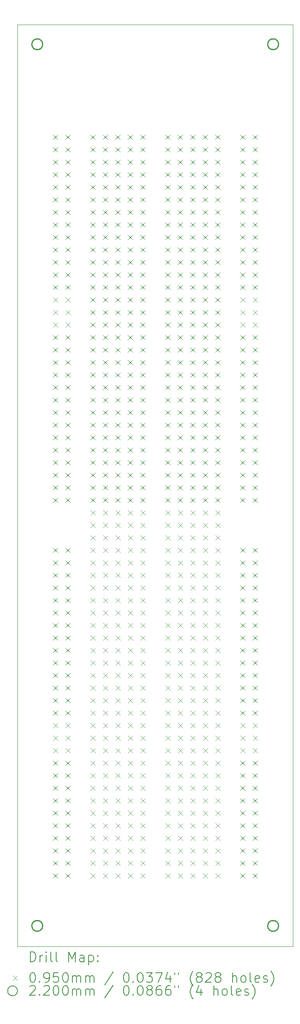
<source format=gbr>
%TF.GenerationSoftware,KiCad,Pcbnew,8.0.2*%
%TF.CreationDate,2024-08-26T09:50:41-06:00*%
%TF.ProjectId,Perfboard_1_Vertical,50657266-626f-4617-9264-5f315f566572,rev?*%
%TF.SameCoordinates,Original*%
%TF.FileFunction,Drillmap*%
%TF.FilePolarity,Positive*%
%FSLAX45Y45*%
G04 Gerber Fmt 4.5, Leading zero omitted, Abs format (unit mm)*
G04 Created by KiCad (PCBNEW 8.0.2) date 2024-08-26 09:50:41*
%MOMM*%
%LPD*%
G01*
G04 APERTURE LIST*
%ADD10C,0.025400*%
%ADD11C,0.050000*%
%ADD12C,0.200000*%
%ADD13C,0.100000*%
%ADD14C,0.220000*%
G04 APERTURE END LIST*
D10*
X14000000Y-3000000D02*
X8400000Y-3000000D01*
X8400000Y-21700000D02*
X8400000Y-3000000D01*
X14000000Y-3000000D02*
X14000000Y-21700000D01*
D11*
X14000000Y-21700000D02*
X8400000Y-21700000D01*
D12*
D13*
X9120500Y-5238500D02*
X9215500Y-5333500D01*
X9215500Y-5238500D02*
X9120500Y-5333500D01*
X9120500Y-5492500D02*
X9215500Y-5587500D01*
X9215500Y-5492500D02*
X9120500Y-5587500D01*
X9120500Y-5746500D02*
X9215500Y-5841500D01*
X9215500Y-5746500D02*
X9120500Y-5841500D01*
X9120500Y-6000500D02*
X9215500Y-6095500D01*
X9215500Y-6000500D02*
X9120500Y-6095500D01*
X9120500Y-6254500D02*
X9215500Y-6349500D01*
X9215500Y-6254500D02*
X9120500Y-6349500D01*
X9120500Y-6508500D02*
X9215500Y-6603500D01*
X9215500Y-6508500D02*
X9120500Y-6603500D01*
X9120500Y-6762500D02*
X9215500Y-6857500D01*
X9215500Y-6762500D02*
X9120500Y-6857500D01*
X9120500Y-7016500D02*
X9215500Y-7111500D01*
X9215500Y-7016500D02*
X9120500Y-7111500D01*
X9120500Y-7270500D02*
X9215500Y-7365500D01*
X9215500Y-7270500D02*
X9120500Y-7365500D01*
X9120500Y-7524500D02*
X9215500Y-7619500D01*
X9215500Y-7524500D02*
X9120500Y-7619500D01*
X9120500Y-7778500D02*
X9215500Y-7873500D01*
X9215500Y-7778500D02*
X9120500Y-7873500D01*
X9120500Y-8032500D02*
X9215500Y-8127500D01*
X9215500Y-8032500D02*
X9120500Y-8127500D01*
X9120500Y-8286500D02*
X9215500Y-8381500D01*
X9215500Y-8286500D02*
X9120500Y-8381500D01*
X9120500Y-9302500D02*
X9215500Y-9397500D01*
X9215500Y-9302500D02*
X9120500Y-9397500D01*
X9120500Y-9556500D02*
X9215500Y-9651500D01*
X9215500Y-9556500D02*
X9120500Y-9651500D01*
X9120500Y-9810500D02*
X9215500Y-9905500D01*
X9215500Y-9810500D02*
X9120500Y-9905500D01*
X9120500Y-10064500D02*
X9215500Y-10159500D01*
X9215500Y-10064500D02*
X9120500Y-10159500D01*
X9120500Y-10318500D02*
X9215500Y-10413500D01*
X9215500Y-10318500D02*
X9120500Y-10413500D01*
X9120500Y-10572500D02*
X9215500Y-10667500D01*
X9215500Y-10572500D02*
X9120500Y-10667500D01*
X9120500Y-10826500D02*
X9215500Y-10921500D01*
X9215500Y-10826500D02*
X9120500Y-10921500D01*
X9120500Y-11080500D02*
X9215500Y-11175500D01*
X9215500Y-11080500D02*
X9120500Y-11175500D01*
X9120500Y-11334500D02*
X9215500Y-11429500D01*
X9215500Y-11334500D02*
X9120500Y-11429500D01*
X9120500Y-11588500D02*
X9215500Y-11683500D01*
X9215500Y-11588500D02*
X9120500Y-11683500D01*
X9120500Y-11842500D02*
X9215500Y-11937500D01*
X9215500Y-11842500D02*
X9120500Y-11937500D01*
X9120500Y-12096500D02*
X9215500Y-12191500D01*
X9215500Y-12096500D02*
X9120500Y-12191500D01*
X9120500Y-12350500D02*
X9215500Y-12445500D01*
X9215500Y-12350500D02*
X9120500Y-12445500D01*
X9120500Y-12604500D02*
X9215500Y-12699500D01*
X9215500Y-12604500D02*
X9120500Y-12699500D01*
X9120500Y-13620500D02*
X9215500Y-13715500D01*
X9215500Y-13620500D02*
X9120500Y-13715500D01*
X9120500Y-13874500D02*
X9215500Y-13969500D01*
X9215500Y-13874500D02*
X9120500Y-13969500D01*
X9120500Y-14128500D02*
X9215500Y-14223500D01*
X9215500Y-14128500D02*
X9120500Y-14223500D01*
X9120500Y-14382500D02*
X9215500Y-14477500D01*
X9215500Y-14382500D02*
X9120500Y-14477500D01*
X9120500Y-14636500D02*
X9215500Y-14731500D01*
X9215500Y-14636500D02*
X9120500Y-14731500D01*
X9120500Y-14890500D02*
X9215500Y-14985500D01*
X9215500Y-14890500D02*
X9120500Y-14985500D01*
X9120500Y-15144500D02*
X9215500Y-15239500D01*
X9215500Y-15144500D02*
X9120500Y-15239500D01*
X9120500Y-15398500D02*
X9215500Y-15493500D01*
X9215500Y-15398500D02*
X9120500Y-15493500D01*
X9120500Y-15652500D02*
X9215500Y-15747500D01*
X9215500Y-15652500D02*
X9120500Y-15747500D01*
X9120500Y-15906500D02*
X9215500Y-16001500D01*
X9215500Y-15906500D02*
X9120500Y-16001500D01*
X9120500Y-16160500D02*
X9215500Y-16255500D01*
X9215500Y-16160500D02*
X9120500Y-16255500D01*
X9120500Y-16414500D02*
X9215500Y-16509500D01*
X9215500Y-16414500D02*
X9120500Y-16509500D01*
X9120500Y-16668500D02*
X9215500Y-16763500D01*
X9215500Y-16668500D02*
X9120500Y-16763500D01*
X9120500Y-16922500D02*
X9215500Y-17017500D01*
X9215500Y-16922500D02*
X9120500Y-17017500D01*
X9120500Y-17938500D02*
X9215500Y-18033500D01*
X9215500Y-17938500D02*
X9120500Y-18033500D01*
X9120500Y-18192500D02*
X9215500Y-18287500D01*
X9215500Y-18192500D02*
X9120500Y-18287500D01*
X9120500Y-18446500D02*
X9215500Y-18541500D01*
X9215500Y-18446500D02*
X9120500Y-18541500D01*
X9120500Y-18700500D02*
X9215500Y-18795500D01*
X9215500Y-18700500D02*
X9120500Y-18795500D01*
X9120500Y-18954500D02*
X9215500Y-19049500D01*
X9215500Y-18954500D02*
X9120500Y-19049500D01*
X9120500Y-19208500D02*
X9215500Y-19303500D01*
X9215500Y-19208500D02*
X9120500Y-19303500D01*
X9120500Y-19462500D02*
X9215500Y-19557500D01*
X9215500Y-19462500D02*
X9120500Y-19557500D01*
X9120500Y-19716500D02*
X9215500Y-19811500D01*
X9215500Y-19716500D02*
X9120500Y-19811500D01*
X9120500Y-19970500D02*
X9215500Y-20065500D01*
X9215500Y-19970500D02*
X9120500Y-20065500D01*
X9120500Y-20224500D02*
X9215500Y-20319500D01*
X9215500Y-20224500D02*
X9120500Y-20319500D01*
X9126500Y-8540500D02*
X9221500Y-8635500D01*
X9221500Y-8540500D02*
X9126500Y-8635500D01*
X9126500Y-8794500D02*
X9221500Y-8889500D01*
X9221500Y-8794500D02*
X9126500Y-8889500D01*
X9126500Y-9048500D02*
X9221500Y-9143500D01*
X9221500Y-9048500D02*
X9126500Y-9143500D01*
X9126500Y-17176500D02*
X9221500Y-17271500D01*
X9221500Y-17176500D02*
X9126500Y-17271500D01*
X9126500Y-17430500D02*
X9221500Y-17525500D01*
X9221500Y-17430500D02*
X9126500Y-17525500D01*
X9126500Y-17684500D02*
X9221500Y-17779500D01*
X9221500Y-17684500D02*
X9126500Y-17779500D01*
X9374500Y-5238500D02*
X9469500Y-5333500D01*
X9469500Y-5238500D02*
X9374500Y-5333500D01*
X9374500Y-5492500D02*
X9469500Y-5587500D01*
X9469500Y-5492500D02*
X9374500Y-5587500D01*
X9374500Y-5746500D02*
X9469500Y-5841500D01*
X9469500Y-5746500D02*
X9374500Y-5841500D01*
X9374500Y-6000500D02*
X9469500Y-6095500D01*
X9469500Y-6000500D02*
X9374500Y-6095500D01*
X9374500Y-6254500D02*
X9469500Y-6349500D01*
X9469500Y-6254500D02*
X9374500Y-6349500D01*
X9374500Y-6508500D02*
X9469500Y-6603500D01*
X9469500Y-6508500D02*
X9374500Y-6603500D01*
X9374500Y-6762500D02*
X9469500Y-6857500D01*
X9469500Y-6762500D02*
X9374500Y-6857500D01*
X9374500Y-7016500D02*
X9469500Y-7111500D01*
X9469500Y-7016500D02*
X9374500Y-7111500D01*
X9374500Y-7270500D02*
X9469500Y-7365500D01*
X9469500Y-7270500D02*
X9374500Y-7365500D01*
X9374500Y-7524500D02*
X9469500Y-7619500D01*
X9469500Y-7524500D02*
X9374500Y-7619500D01*
X9374500Y-7778500D02*
X9469500Y-7873500D01*
X9469500Y-7778500D02*
X9374500Y-7873500D01*
X9374500Y-8032500D02*
X9469500Y-8127500D01*
X9469500Y-8032500D02*
X9374500Y-8127500D01*
X9374500Y-8286500D02*
X9469500Y-8381500D01*
X9469500Y-8286500D02*
X9374500Y-8381500D01*
X9374500Y-9302500D02*
X9469500Y-9397500D01*
X9469500Y-9302500D02*
X9374500Y-9397500D01*
X9374500Y-9556500D02*
X9469500Y-9651500D01*
X9469500Y-9556500D02*
X9374500Y-9651500D01*
X9374500Y-9810500D02*
X9469500Y-9905500D01*
X9469500Y-9810500D02*
X9374500Y-9905500D01*
X9374500Y-10064500D02*
X9469500Y-10159500D01*
X9469500Y-10064500D02*
X9374500Y-10159500D01*
X9374500Y-10318500D02*
X9469500Y-10413500D01*
X9469500Y-10318500D02*
X9374500Y-10413500D01*
X9374500Y-10572500D02*
X9469500Y-10667500D01*
X9469500Y-10572500D02*
X9374500Y-10667500D01*
X9374500Y-10826500D02*
X9469500Y-10921500D01*
X9469500Y-10826500D02*
X9374500Y-10921500D01*
X9374500Y-11080500D02*
X9469500Y-11175500D01*
X9469500Y-11080500D02*
X9374500Y-11175500D01*
X9374500Y-11334500D02*
X9469500Y-11429500D01*
X9469500Y-11334500D02*
X9374500Y-11429500D01*
X9374500Y-11588500D02*
X9469500Y-11683500D01*
X9469500Y-11588500D02*
X9374500Y-11683500D01*
X9374500Y-11842500D02*
X9469500Y-11937500D01*
X9469500Y-11842500D02*
X9374500Y-11937500D01*
X9374500Y-12096500D02*
X9469500Y-12191500D01*
X9469500Y-12096500D02*
X9374500Y-12191500D01*
X9374500Y-12350500D02*
X9469500Y-12445500D01*
X9469500Y-12350500D02*
X9374500Y-12445500D01*
X9374500Y-12604500D02*
X9469500Y-12699500D01*
X9469500Y-12604500D02*
X9374500Y-12699500D01*
X9374500Y-13620500D02*
X9469500Y-13715500D01*
X9469500Y-13620500D02*
X9374500Y-13715500D01*
X9374500Y-13874500D02*
X9469500Y-13969500D01*
X9469500Y-13874500D02*
X9374500Y-13969500D01*
X9374500Y-14128500D02*
X9469500Y-14223500D01*
X9469500Y-14128500D02*
X9374500Y-14223500D01*
X9374500Y-14382500D02*
X9469500Y-14477500D01*
X9469500Y-14382500D02*
X9374500Y-14477500D01*
X9374500Y-14636500D02*
X9469500Y-14731500D01*
X9469500Y-14636500D02*
X9374500Y-14731500D01*
X9374500Y-14890500D02*
X9469500Y-14985500D01*
X9469500Y-14890500D02*
X9374500Y-14985500D01*
X9374500Y-15144500D02*
X9469500Y-15239500D01*
X9469500Y-15144500D02*
X9374500Y-15239500D01*
X9374500Y-15398500D02*
X9469500Y-15493500D01*
X9469500Y-15398500D02*
X9374500Y-15493500D01*
X9374500Y-15652500D02*
X9469500Y-15747500D01*
X9469500Y-15652500D02*
X9374500Y-15747500D01*
X9374500Y-15906500D02*
X9469500Y-16001500D01*
X9469500Y-15906500D02*
X9374500Y-16001500D01*
X9374500Y-16160500D02*
X9469500Y-16255500D01*
X9469500Y-16160500D02*
X9374500Y-16255500D01*
X9374500Y-16414500D02*
X9469500Y-16509500D01*
X9469500Y-16414500D02*
X9374500Y-16509500D01*
X9374500Y-16668500D02*
X9469500Y-16763500D01*
X9469500Y-16668500D02*
X9374500Y-16763500D01*
X9374500Y-16922500D02*
X9469500Y-17017500D01*
X9469500Y-16922500D02*
X9374500Y-17017500D01*
X9374500Y-17938500D02*
X9469500Y-18033500D01*
X9469500Y-17938500D02*
X9374500Y-18033500D01*
X9374500Y-18192500D02*
X9469500Y-18287500D01*
X9469500Y-18192500D02*
X9374500Y-18287500D01*
X9374500Y-18446500D02*
X9469500Y-18541500D01*
X9469500Y-18446500D02*
X9374500Y-18541500D01*
X9374500Y-18700500D02*
X9469500Y-18795500D01*
X9469500Y-18700500D02*
X9374500Y-18795500D01*
X9374500Y-18954500D02*
X9469500Y-19049500D01*
X9469500Y-18954500D02*
X9374500Y-19049500D01*
X9374500Y-19208500D02*
X9469500Y-19303500D01*
X9469500Y-19208500D02*
X9374500Y-19303500D01*
X9374500Y-19462500D02*
X9469500Y-19557500D01*
X9469500Y-19462500D02*
X9374500Y-19557500D01*
X9374500Y-19716500D02*
X9469500Y-19811500D01*
X9469500Y-19716500D02*
X9374500Y-19811500D01*
X9374500Y-19970500D02*
X9469500Y-20065500D01*
X9469500Y-19970500D02*
X9374500Y-20065500D01*
X9374500Y-20224500D02*
X9469500Y-20319500D01*
X9469500Y-20224500D02*
X9374500Y-20319500D01*
X9380500Y-8540500D02*
X9475500Y-8635500D01*
X9475500Y-8540500D02*
X9380500Y-8635500D01*
X9380500Y-8794500D02*
X9475500Y-8889500D01*
X9475500Y-8794500D02*
X9380500Y-8889500D01*
X9380500Y-9048500D02*
X9475500Y-9143500D01*
X9475500Y-9048500D02*
X9380500Y-9143500D01*
X9380500Y-17176500D02*
X9475500Y-17271500D01*
X9475500Y-17176500D02*
X9380500Y-17271500D01*
X9380500Y-17430500D02*
X9475500Y-17525500D01*
X9475500Y-17430500D02*
X9380500Y-17525500D01*
X9380500Y-17684500D02*
X9475500Y-17779500D01*
X9475500Y-17684500D02*
X9380500Y-17779500D01*
X9882500Y-5238500D02*
X9977500Y-5333500D01*
X9977500Y-5238500D02*
X9882500Y-5333500D01*
X9882500Y-5492500D02*
X9977500Y-5587500D01*
X9977500Y-5492500D02*
X9882500Y-5587500D01*
X9882500Y-5746500D02*
X9977500Y-5841500D01*
X9977500Y-5746500D02*
X9882500Y-5841500D01*
X9882500Y-6000500D02*
X9977500Y-6095500D01*
X9977500Y-6000500D02*
X9882500Y-6095500D01*
X9882500Y-6254500D02*
X9977500Y-6349500D01*
X9977500Y-6254500D02*
X9882500Y-6349500D01*
X9882500Y-6508500D02*
X9977500Y-6603500D01*
X9977500Y-6508500D02*
X9882500Y-6603500D01*
X9882500Y-6762500D02*
X9977500Y-6857500D01*
X9977500Y-6762500D02*
X9882500Y-6857500D01*
X9882500Y-7016500D02*
X9977500Y-7111500D01*
X9977500Y-7016500D02*
X9882500Y-7111500D01*
X9882500Y-7270500D02*
X9977500Y-7365500D01*
X9977500Y-7270500D02*
X9882500Y-7365500D01*
X9882500Y-7524500D02*
X9977500Y-7619500D01*
X9977500Y-7524500D02*
X9882500Y-7619500D01*
X9882500Y-7778500D02*
X9977500Y-7873500D01*
X9977500Y-7778500D02*
X9882500Y-7873500D01*
X9882500Y-8032500D02*
X9977500Y-8127500D01*
X9977500Y-8032500D02*
X9882500Y-8127500D01*
X9882500Y-8286500D02*
X9977500Y-8381500D01*
X9977500Y-8286500D02*
X9882500Y-8381500D01*
X9882500Y-8540500D02*
X9977500Y-8635500D01*
X9977500Y-8540500D02*
X9882500Y-8635500D01*
X9882500Y-8794500D02*
X9977500Y-8889500D01*
X9977500Y-8794500D02*
X9882500Y-8889500D01*
X9882500Y-9048500D02*
X9977500Y-9143500D01*
X9977500Y-9048500D02*
X9882500Y-9143500D01*
X9882500Y-9302500D02*
X9977500Y-9397500D01*
X9977500Y-9302500D02*
X9882500Y-9397500D01*
X9882500Y-9556500D02*
X9977500Y-9651500D01*
X9977500Y-9556500D02*
X9882500Y-9651500D01*
X9882500Y-9810500D02*
X9977500Y-9905500D01*
X9977500Y-9810500D02*
X9882500Y-9905500D01*
X9882500Y-10064500D02*
X9977500Y-10159500D01*
X9977500Y-10064500D02*
X9882500Y-10159500D01*
X9882500Y-10318500D02*
X9977500Y-10413500D01*
X9977500Y-10318500D02*
X9882500Y-10413500D01*
X9882500Y-10572500D02*
X9977500Y-10667500D01*
X9977500Y-10572500D02*
X9882500Y-10667500D01*
X9882500Y-10826500D02*
X9977500Y-10921500D01*
X9977500Y-10826500D02*
X9882500Y-10921500D01*
X9882500Y-11080500D02*
X9977500Y-11175500D01*
X9977500Y-11080500D02*
X9882500Y-11175500D01*
X9882500Y-11334500D02*
X9977500Y-11429500D01*
X9977500Y-11334500D02*
X9882500Y-11429500D01*
X9882500Y-11588500D02*
X9977500Y-11683500D01*
X9977500Y-11588500D02*
X9882500Y-11683500D01*
X9882500Y-11842500D02*
X9977500Y-11937500D01*
X9977500Y-11842500D02*
X9882500Y-11937500D01*
X9882500Y-12096500D02*
X9977500Y-12191500D01*
X9977500Y-12096500D02*
X9882500Y-12191500D01*
X9882500Y-12350500D02*
X9977500Y-12445500D01*
X9977500Y-12350500D02*
X9882500Y-12445500D01*
X9882500Y-12604500D02*
X9977500Y-12699500D01*
X9977500Y-12604500D02*
X9882500Y-12699500D01*
X9888500Y-12858500D02*
X9983500Y-12953500D01*
X9983500Y-12858500D02*
X9888500Y-12953500D01*
X9888500Y-13112500D02*
X9983500Y-13207500D01*
X9983500Y-13112500D02*
X9888500Y-13207500D01*
X9888500Y-13366500D02*
X9983500Y-13461500D01*
X9983500Y-13366500D02*
X9888500Y-13461500D01*
X9888500Y-13620500D02*
X9983500Y-13715500D01*
X9983500Y-13620500D02*
X9888500Y-13715500D01*
X9888500Y-13874500D02*
X9983500Y-13969500D01*
X9983500Y-13874500D02*
X9888500Y-13969500D01*
X9888500Y-14128500D02*
X9983500Y-14223500D01*
X9983500Y-14128500D02*
X9888500Y-14223500D01*
X9888500Y-14382500D02*
X9983500Y-14477500D01*
X9983500Y-14382500D02*
X9888500Y-14477500D01*
X9888500Y-14636500D02*
X9983500Y-14731500D01*
X9983500Y-14636500D02*
X9888500Y-14731500D01*
X9888500Y-14890500D02*
X9983500Y-14985500D01*
X9983500Y-14890500D02*
X9888500Y-14985500D01*
X9888500Y-15144500D02*
X9983500Y-15239500D01*
X9983500Y-15144500D02*
X9888500Y-15239500D01*
X9888500Y-15398500D02*
X9983500Y-15493500D01*
X9983500Y-15398500D02*
X9888500Y-15493500D01*
X9888500Y-15652500D02*
X9983500Y-15747500D01*
X9983500Y-15652500D02*
X9888500Y-15747500D01*
X9888500Y-15906500D02*
X9983500Y-16001500D01*
X9983500Y-15906500D02*
X9888500Y-16001500D01*
X9888500Y-16160500D02*
X9983500Y-16255500D01*
X9983500Y-16160500D02*
X9888500Y-16255500D01*
X9888500Y-16414500D02*
X9983500Y-16509500D01*
X9983500Y-16414500D02*
X9888500Y-16509500D01*
X9888500Y-16668500D02*
X9983500Y-16763500D01*
X9983500Y-16668500D02*
X9888500Y-16763500D01*
X9888500Y-16922500D02*
X9983500Y-17017500D01*
X9983500Y-16922500D02*
X9888500Y-17017500D01*
X9888500Y-17176500D02*
X9983500Y-17271500D01*
X9983500Y-17176500D02*
X9888500Y-17271500D01*
X9888500Y-17430500D02*
X9983500Y-17525500D01*
X9983500Y-17430500D02*
X9888500Y-17525500D01*
X9888500Y-17684500D02*
X9983500Y-17779500D01*
X9983500Y-17684500D02*
X9888500Y-17779500D01*
X9888500Y-17938500D02*
X9983500Y-18033500D01*
X9983500Y-17938500D02*
X9888500Y-18033500D01*
X9888500Y-18192500D02*
X9983500Y-18287500D01*
X9983500Y-18192500D02*
X9888500Y-18287500D01*
X9888500Y-18446500D02*
X9983500Y-18541500D01*
X9983500Y-18446500D02*
X9888500Y-18541500D01*
X9888500Y-18700500D02*
X9983500Y-18795500D01*
X9983500Y-18700500D02*
X9888500Y-18795500D01*
X9888500Y-18954500D02*
X9983500Y-19049500D01*
X9983500Y-18954500D02*
X9888500Y-19049500D01*
X9888500Y-19208500D02*
X9983500Y-19303500D01*
X9983500Y-19208500D02*
X9888500Y-19303500D01*
X9888500Y-19462500D02*
X9983500Y-19557500D01*
X9983500Y-19462500D02*
X9888500Y-19557500D01*
X9888500Y-19716500D02*
X9983500Y-19811500D01*
X9983500Y-19716500D02*
X9888500Y-19811500D01*
X9888500Y-19970500D02*
X9983500Y-20065500D01*
X9983500Y-19970500D02*
X9888500Y-20065500D01*
X9888500Y-20224500D02*
X9983500Y-20319500D01*
X9983500Y-20224500D02*
X9888500Y-20319500D01*
X10136500Y-5238500D02*
X10231500Y-5333500D01*
X10231500Y-5238500D02*
X10136500Y-5333500D01*
X10136500Y-5492500D02*
X10231500Y-5587500D01*
X10231500Y-5492500D02*
X10136500Y-5587500D01*
X10136500Y-5746500D02*
X10231500Y-5841500D01*
X10231500Y-5746500D02*
X10136500Y-5841500D01*
X10136500Y-6000500D02*
X10231500Y-6095500D01*
X10231500Y-6000500D02*
X10136500Y-6095500D01*
X10136500Y-6254500D02*
X10231500Y-6349500D01*
X10231500Y-6254500D02*
X10136500Y-6349500D01*
X10136500Y-6508500D02*
X10231500Y-6603500D01*
X10231500Y-6508500D02*
X10136500Y-6603500D01*
X10136500Y-6762500D02*
X10231500Y-6857500D01*
X10231500Y-6762500D02*
X10136500Y-6857500D01*
X10136500Y-7016500D02*
X10231500Y-7111500D01*
X10231500Y-7016500D02*
X10136500Y-7111500D01*
X10136500Y-7270500D02*
X10231500Y-7365500D01*
X10231500Y-7270500D02*
X10136500Y-7365500D01*
X10136500Y-7524500D02*
X10231500Y-7619500D01*
X10231500Y-7524500D02*
X10136500Y-7619500D01*
X10136500Y-7778500D02*
X10231500Y-7873500D01*
X10231500Y-7778500D02*
X10136500Y-7873500D01*
X10136500Y-8032500D02*
X10231500Y-8127500D01*
X10231500Y-8032500D02*
X10136500Y-8127500D01*
X10136500Y-8286500D02*
X10231500Y-8381500D01*
X10231500Y-8286500D02*
X10136500Y-8381500D01*
X10136500Y-8540500D02*
X10231500Y-8635500D01*
X10231500Y-8540500D02*
X10136500Y-8635500D01*
X10136500Y-8794500D02*
X10231500Y-8889500D01*
X10231500Y-8794500D02*
X10136500Y-8889500D01*
X10136500Y-9048500D02*
X10231500Y-9143500D01*
X10231500Y-9048500D02*
X10136500Y-9143500D01*
X10136500Y-9302500D02*
X10231500Y-9397500D01*
X10231500Y-9302500D02*
X10136500Y-9397500D01*
X10136500Y-9556500D02*
X10231500Y-9651500D01*
X10231500Y-9556500D02*
X10136500Y-9651500D01*
X10136500Y-9810500D02*
X10231500Y-9905500D01*
X10231500Y-9810500D02*
X10136500Y-9905500D01*
X10136500Y-10064500D02*
X10231500Y-10159500D01*
X10231500Y-10064500D02*
X10136500Y-10159500D01*
X10136500Y-10318500D02*
X10231500Y-10413500D01*
X10231500Y-10318500D02*
X10136500Y-10413500D01*
X10136500Y-10572500D02*
X10231500Y-10667500D01*
X10231500Y-10572500D02*
X10136500Y-10667500D01*
X10136500Y-10826500D02*
X10231500Y-10921500D01*
X10231500Y-10826500D02*
X10136500Y-10921500D01*
X10136500Y-11080500D02*
X10231500Y-11175500D01*
X10231500Y-11080500D02*
X10136500Y-11175500D01*
X10136500Y-11334500D02*
X10231500Y-11429500D01*
X10231500Y-11334500D02*
X10136500Y-11429500D01*
X10136500Y-11588500D02*
X10231500Y-11683500D01*
X10231500Y-11588500D02*
X10136500Y-11683500D01*
X10136500Y-11842500D02*
X10231500Y-11937500D01*
X10231500Y-11842500D02*
X10136500Y-11937500D01*
X10136500Y-12096500D02*
X10231500Y-12191500D01*
X10231500Y-12096500D02*
X10136500Y-12191500D01*
X10136500Y-12350500D02*
X10231500Y-12445500D01*
X10231500Y-12350500D02*
X10136500Y-12445500D01*
X10136500Y-12604500D02*
X10231500Y-12699500D01*
X10231500Y-12604500D02*
X10136500Y-12699500D01*
X10142500Y-12858500D02*
X10237500Y-12953500D01*
X10237500Y-12858500D02*
X10142500Y-12953500D01*
X10142500Y-13112500D02*
X10237500Y-13207500D01*
X10237500Y-13112500D02*
X10142500Y-13207500D01*
X10142500Y-13366500D02*
X10237500Y-13461500D01*
X10237500Y-13366500D02*
X10142500Y-13461500D01*
X10142500Y-13620500D02*
X10237500Y-13715500D01*
X10237500Y-13620500D02*
X10142500Y-13715500D01*
X10142500Y-13874500D02*
X10237500Y-13969500D01*
X10237500Y-13874500D02*
X10142500Y-13969500D01*
X10142500Y-14128500D02*
X10237500Y-14223500D01*
X10237500Y-14128500D02*
X10142500Y-14223500D01*
X10142500Y-14382500D02*
X10237500Y-14477500D01*
X10237500Y-14382500D02*
X10142500Y-14477500D01*
X10142500Y-14636500D02*
X10237500Y-14731500D01*
X10237500Y-14636500D02*
X10142500Y-14731500D01*
X10142500Y-14890500D02*
X10237500Y-14985500D01*
X10237500Y-14890500D02*
X10142500Y-14985500D01*
X10142500Y-15144500D02*
X10237500Y-15239500D01*
X10237500Y-15144500D02*
X10142500Y-15239500D01*
X10142500Y-15398500D02*
X10237500Y-15493500D01*
X10237500Y-15398500D02*
X10142500Y-15493500D01*
X10142500Y-15652500D02*
X10237500Y-15747500D01*
X10237500Y-15652500D02*
X10142500Y-15747500D01*
X10142500Y-15906500D02*
X10237500Y-16001500D01*
X10237500Y-15906500D02*
X10142500Y-16001500D01*
X10142500Y-16160500D02*
X10237500Y-16255500D01*
X10237500Y-16160500D02*
X10142500Y-16255500D01*
X10142500Y-16414500D02*
X10237500Y-16509500D01*
X10237500Y-16414500D02*
X10142500Y-16509500D01*
X10142500Y-16668500D02*
X10237500Y-16763500D01*
X10237500Y-16668500D02*
X10142500Y-16763500D01*
X10142500Y-16922500D02*
X10237500Y-17017500D01*
X10237500Y-16922500D02*
X10142500Y-17017500D01*
X10142500Y-17176500D02*
X10237500Y-17271500D01*
X10237500Y-17176500D02*
X10142500Y-17271500D01*
X10142500Y-17430500D02*
X10237500Y-17525500D01*
X10237500Y-17430500D02*
X10142500Y-17525500D01*
X10142500Y-17684500D02*
X10237500Y-17779500D01*
X10237500Y-17684500D02*
X10142500Y-17779500D01*
X10142500Y-17938500D02*
X10237500Y-18033500D01*
X10237500Y-17938500D02*
X10142500Y-18033500D01*
X10142500Y-18192500D02*
X10237500Y-18287500D01*
X10237500Y-18192500D02*
X10142500Y-18287500D01*
X10142500Y-18446500D02*
X10237500Y-18541500D01*
X10237500Y-18446500D02*
X10142500Y-18541500D01*
X10142500Y-18700500D02*
X10237500Y-18795500D01*
X10237500Y-18700500D02*
X10142500Y-18795500D01*
X10142500Y-18954500D02*
X10237500Y-19049500D01*
X10237500Y-18954500D02*
X10142500Y-19049500D01*
X10142500Y-19208500D02*
X10237500Y-19303500D01*
X10237500Y-19208500D02*
X10142500Y-19303500D01*
X10142500Y-19462500D02*
X10237500Y-19557500D01*
X10237500Y-19462500D02*
X10142500Y-19557500D01*
X10142500Y-19716500D02*
X10237500Y-19811500D01*
X10237500Y-19716500D02*
X10142500Y-19811500D01*
X10142500Y-19970500D02*
X10237500Y-20065500D01*
X10237500Y-19970500D02*
X10142500Y-20065500D01*
X10142500Y-20224500D02*
X10237500Y-20319500D01*
X10237500Y-20224500D02*
X10142500Y-20319500D01*
X10390500Y-5238500D02*
X10485500Y-5333500D01*
X10485500Y-5238500D02*
X10390500Y-5333500D01*
X10390500Y-5492500D02*
X10485500Y-5587500D01*
X10485500Y-5492500D02*
X10390500Y-5587500D01*
X10390500Y-5746500D02*
X10485500Y-5841500D01*
X10485500Y-5746500D02*
X10390500Y-5841500D01*
X10390500Y-6000500D02*
X10485500Y-6095500D01*
X10485500Y-6000500D02*
X10390500Y-6095500D01*
X10390500Y-6254500D02*
X10485500Y-6349500D01*
X10485500Y-6254500D02*
X10390500Y-6349500D01*
X10390500Y-6508500D02*
X10485500Y-6603500D01*
X10485500Y-6508500D02*
X10390500Y-6603500D01*
X10390500Y-6762500D02*
X10485500Y-6857500D01*
X10485500Y-6762500D02*
X10390500Y-6857500D01*
X10390500Y-7016500D02*
X10485500Y-7111500D01*
X10485500Y-7016500D02*
X10390500Y-7111500D01*
X10390500Y-7270500D02*
X10485500Y-7365500D01*
X10485500Y-7270500D02*
X10390500Y-7365500D01*
X10390500Y-7524500D02*
X10485500Y-7619500D01*
X10485500Y-7524500D02*
X10390500Y-7619500D01*
X10390500Y-7778500D02*
X10485500Y-7873500D01*
X10485500Y-7778500D02*
X10390500Y-7873500D01*
X10390500Y-8032500D02*
X10485500Y-8127500D01*
X10485500Y-8032500D02*
X10390500Y-8127500D01*
X10390500Y-8286500D02*
X10485500Y-8381500D01*
X10485500Y-8286500D02*
X10390500Y-8381500D01*
X10390500Y-8540500D02*
X10485500Y-8635500D01*
X10485500Y-8540500D02*
X10390500Y-8635500D01*
X10390500Y-8794500D02*
X10485500Y-8889500D01*
X10485500Y-8794500D02*
X10390500Y-8889500D01*
X10390500Y-9048500D02*
X10485500Y-9143500D01*
X10485500Y-9048500D02*
X10390500Y-9143500D01*
X10390500Y-9302500D02*
X10485500Y-9397500D01*
X10485500Y-9302500D02*
X10390500Y-9397500D01*
X10390500Y-9556500D02*
X10485500Y-9651500D01*
X10485500Y-9556500D02*
X10390500Y-9651500D01*
X10390500Y-9810500D02*
X10485500Y-9905500D01*
X10485500Y-9810500D02*
X10390500Y-9905500D01*
X10390500Y-10064500D02*
X10485500Y-10159500D01*
X10485500Y-10064500D02*
X10390500Y-10159500D01*
X10390500Y-10318500D02*
X10485500Y-10413500D01*
X10485500Y-10318500D02*
X10390500Y-10413500D01*
X10390500Y-10572500D02*
X10485500Y-10667500D01*
X10485500Y-10572500D02*
X10390500Y-10667500D01*
X10390500Y-10826500D02*
X10485500Y-10921500D01*
X10485500Y-10826500D02*
X10390500Y-10921500D01*
X10390500Y-11080500D02*
X10485500Y-11175500D01*
X10485500Y-11080500D02*
X10390500Y-11175500D01*
X10390500Y-11334500D02*
X10485500Y-11429500D01*
X10485500Y-11334500D02*
X10390500Y-11429500D01*
X10390500Y-11588500D02*
X10485500Y-11683500D01*
X10485500Y-11588500D02*
X10390500Y-11683500D01*
X10390500Y-11842500D02*
X10485500Y-11937500D01*
X10485500Y-11842500D02*
X10390500Y-11937500D01*
X10390500Y-12096500D02*
X10485500Y-12191500D01*
X10485500Y-12096500D02*
X10390500Y-12191500D01*
X10390500Y-12350500D02*
X10485500Y-12445500D01*
X10485500Y-12350500D02*
X10390500Y-12445500D01*
X10390500Y-12604500D02*
X10485500Y-12699500D01*
X10485500Y-12604500D02*
X10390500Y-12699500D01*
X10396500Y-12858500D02*
X10491500Y-12953500D01*
X10491500Y-12858500D02*
X10396500Y-12953500D01*
X10396500Y-13112500D02*
X10491500Y-13207500D01*
X10491500Y-13112500D02*
X10396500Y-13207500D01*
X10396500Y-13366500D02*
X10491500Y-13461500D01*
X10491500Y-13366500D02*
X10396500Y-13461500D01*
X10396500Y-13620500D02*
X10491500Y-13715500D01*
X10491500Y-13620500D02*
X10396500Y-13715500D01*
X10396500Y-13874500D02*
X10491500Y-13969500D01*
X10491500Y-13874500D02*
X10396500Y-13969500D01*
X10396500Y-14128500D02*
X10491500Y-14223500D01*
X10491500Y-14128500D02*
X10396500Y-14223500D01*
X10396500Y-14382500D02*
X10491500Y-14477500D01*
X10491500Y-14382500D02*
X10396500Y-14477500D01*
X10396500Y-14636500D02*
X10491500Y-14731500D01*
X10491500Y-14636500D02*
X10396500Y-14731500D01*
X10396500Y-14890500D02*
X10491500Y-14985500D01*
X10491500Y-14890500D02*
X10396500Y-14985500D01*
X10396500Y-15144500D02*
X10491500Y-15239500D01*
X10491500Y-15144500D02*
X10396500Y-15239500D01*
X10396500Y-15398500D02*
X10491500Y-15493500D01*
X10491500Y-15398500D02*
X10396500Y-15493500D01*
X10396500Y-15652500D02*
X10491500Y-15747500D01*
X10491500Y-15652500D02*
X10396500Y-15747500D01*
X10396500Y-15906500D02*
X10491500Y-16001500D01*
X10491500Y-15906500D02*
X10396500Y-16001500D01*
X10396500Y-16160500D02*
X10491500Y-16255500D01*
X10491500Y-16160500D02*
X10396500Y-16255500D01*
X10396500Y-16414500D02*
X10491500Y-16509500D01*
X10491500Y-16414500D02*
X10396500Y-16509500D01*
X10396500Y-16668500D02*
X10491500Y-16763500D01*
X10491500Y-16668500D02*
X10396500Y-16763500D01*
X10396500Y-16922500D02*
X10491500Y-17017500D01*
X10491500Y-16922500D02*
X10396500Y-17017500D01*
X10396500Y-17176500D02*
X10491500Y-17271500D01*
X10491500Y-17176500D02*
X10396500Y-17271500D01*
X10396500Y-17430500D02*
X10491500Y-17525500D01*
X10491500Y-17430500D02*
X10396500Y-17525500D01*
X10396500Y-17684500D02*
X10491500Y-17779500D01*
X10491500Y-17684500D02*
X10396500Y-17779500D01*
X10396500Y-17938500D02*
X10491500Y-18033500D01*
X10491500Y-17938500D02*
X10396500Y-18033500D01*
X10396500Y-18192500D02*
X10491500Y-18287500D01*
X10491500Y-18192500D02*
X10396500Y-18287500D01*
X10396500Y-18446500D02*
X10491500Y-18541500D01*
X10491500Y-18446500D02*
X10396500Y-18541500D01*
X10396500Y-18700500D02*
X10491500Y-18795500D01*
X10491500Y-18700500D02*
X10396500Y-18795500D01*
X10396500Y-18954500D02*
X10491500Y-19049500D01*
X10491500Y-18954500D02*
X10396500Y-19049500D01*
X10396500Y-19208500D02*
X10491500Y-19303500D01*
X10491500Y-19208500D02*
X10396500Y-19303500D01*
X10396500Y-19462500D02*
X10491500Y-19557500D01*
X10491500Y-19462500D02*
X10396500Y-19557500D01*
X10396500Y-19716500D02*
X10491500Y-19811500D01*
X10491500Y-19716500D02*
X10396500Y-19811500D01*
X10396500Y-19970500D02*
X10491500Y-20065500D01*
X10491500Y-19970500D02*
X10396500Y-20065500D01*
X10396500Y-20224500D02*
X10491500Y-20319500D01*
X10491500Y-20224500D02*
X10396500Y-20319500D01*
X10644500Y-5238500D02*
X10739500Y-5333500D01*
X10739500Y-5238500D02*
X10644500Y-5333500D01*
X10644500Y-5492500D02*
X10739500Y-5587500D01*
X10739500Y-5492500D02*
X10644500Y-5587500D01*
X10644500Y-5746500D02*
X10739500Y-5841500D01*
X10739500Y-5746500D02*
X10644500Y-5841500D01*
X10644500Y-6000500D02*
X10739500Y-6095500D01*
X10739500Y-6000500D02*
X10644500Y-6095500D01*
X10644500Y-6254500D02*
X10739500Y-6349500D01*
X10739500Y-6254500D02*
X10644500Y-6349500D01*
X10644500Y-6508500D02*
X10739500Y-6603500D01*
X10739500Y-6508500D02*
X10644500Y-6603500D01*
X10644500Y-6762500D02*
X10739500Y-6857500D01*
X10739500Y-6762500D02*
X10644500Y-6857500D01*
X10644500Y-7016500D02*
X10739500Y-7111500D01*
X10739500Y-7016500D02*
X10644500Y-7111500D01*
X10644500Y-7270500D02*
X10739500Y-7365500D01*
X10739500Y-7270500D02*
X10644500Y-7365500D01*
X10644500Y-7524500D02*
X10739500Y-7619500D01*
X10739500Y-7524500D02*
X10644500Y-7619500D01*
X10644500Y-7778500D02*
X10739500Y-7873500D01*
X10739500Y-7778500D02*
X10644500Y-7873500D01*
X10644500Y-8032500D02*
X10739500Y-8127500D01*
X10739500Y-8032500D02*
X10644500Y-8127500D01*
X10644500Y-8286500D02*
X10739500Y-8381500D01*
X10739500Y-8286500D02*
X10644500Y-8381500D01*
X10644500Y-8540500D02*
X10739500Y-8635500D01*
X10739500Y-8540500D02*
X10644500Y-8635500D01*
X10644500Y-8794500D02*
X10739500Y-8889500D01*
X10739500Y-8794500D02*
X10644500Y-8889500D01*
X10644500Y-9048500D02*
X10739500Y-9143500D01*
X10739500Y-9048500D02*
X10644500Y-9143500D01*
X10644500Y-9302500D02*
X10739500Y-9397500D01*
X10739500Y-9302500D02*
X10644500Y-9397500D01*
X10644500Y-9556500D02*
X10739500Y-9651500D01*
X10739500Y-9556500D02*
X10644500Y-9651500D01*
X10644500Y-9810500D02*
X10739500Y-9905500D01*
X10739500Y-9810500D02*
X10644500Y-9905500D01*
X10644500Y-10064500D02*
X10739500Y-10159500D01*
X10739500Y-10064500D02*
X10644500Y-10159500D01*
X10644500Y-10318500D02*
X10739500Y-10413500D01*
X10739500Y-10318500D02*
X10644500Y-10413500D01*
X10644500Y-10572500D02*
X10739500Y-10667500D01*
X10739500Y-10572500D02*
X10644500Y-10667500D01*
X10644500Y-10826500D02*
X10739500Y-10921500D01*
X10739500Y-10826500D02*
X10644500Y-10921500D01*
X10644500Y-11080500D02*
X10739500Y-11175500D01*
X10739500Y-11080500D02*
X10644500Y-11175500D01*
X10644500Y-11334500D02*
X10739500Y-11429500D01*
X10739500Y-11334500D02*
X10644500Y-11429500D01*
X10644500Y-11588500D02*
X10739500Y-11683500D01*
X10739500Y-11588500D02*
X10644500Y-11683500D01*
X10644500Y-11842500D02*
X10739500Y-11937500D01*
X10739500Y-11842500D02*
X10644500Y-11937500D01*
X10644500Y-12096500D02*
X10739500Y-12191500D01*
X10739500Y-12096500D02*
X10644500Y-12191500D01*
X10644500Y-12350500D02*
X10739500Y-12445500D01*
X10739500Y-12350500D02*
X10644500Y-12445500D01*
X10644500Y-12604500D02*
X10739500Y-12699500D01*
X10739500Y-12604500D02*
X10644500Y-12699500D01*
X10650500Y-12858500D02*
X10745500Y-12953500D01*
X10745500Y-12858500D02*
X10650500Y-12953500D01*
X10650500Y-13112500D02*
X10745500Y-13207500D01*
X10745500Y-13112500D02*
X10650500Y-13207500D01*
X10650500Y-13366500D02*
X10745500Y-13461500D01*
X10745500Y-13366500D02*
X10650500Y-13461500D01*
X10650500Y-13620500D02*
X10745500Y-13715500D01*
X10745500Y-13620500D02*
X10650500Y-13715500D01*
X10650500Y-13874500D02*
X10745500Y-13969500D01*
X10745500Y-13874500D02*
X10650500Y-13969500D01*
X10650500Y-14128500D02*
X10745500Y-14223500D01*
X10745500Y-14128500D02*
X10650500Y-14223500D01*
X10650500Y-14382500D02*
X10745500Y-14477500D01*
X10745500Y-14382500D02*
X10650500Y-14477500D01*
X10650500Y-14636500D02*
X10745500Y-14731500D01*
X10745500Y-14636500D02*
X10650500Y-14731500D01*
X10650500Y-14890500D02*
X10745500Y-14985500D01*
X10745500Y-14890500D02*
X10650500Y-14985500D01*
X10650500Y-15144500D02*
X10745500Y-15239500D01*
X10745500Y-15144500D02*
X10650500Y-15239500D01*
X10650500Y-15398500D02*
X10745500Y-15493500D01*
X10745500Y-15398500D02*
X10650500Y-15493500D01*
X10650500Y-15652500D02*
X10745500Y-15747500D01*
X10745500Y-15652500D02*
X10650500Y-15747500D01*
X10650500Y-15906500D02*
X10745500Y-16001500D01*
X10745500Y-15906500D02*
X10650500Y-16001500D01*
X10650500Y-16160500D02*
X10745500Y-16255500D01*
X10745500Y-16160500D02*
X10650500Y-16255500D01*
X10650500Y-16414500D02*
X10745500Y-16509500D01*
X10745500Y-16414500D02*
X10650500Y-16509500D01*
X10650500Y-16668500D02*
X10745500Y-16763500D01*
X10745500Y-16668500D02*
X10650500Y-16763500D01*
X10650500Y-16922500D02*
X10745500Y-17017500D01*
X10745500Y-16922500D02*
X10650500Y-17017500D01*
X10650500Y-17176500D02*
X10745500Y-17271500D01*
X10745500Y-17176500D02*
X10650500Y-17271500D01*
X10650500Y-17430500D02*
X10745500Y-17525500D01*
X10745500Y-17430500D02*
X10650500Y-17525500D01*
X10650500Y-17684500D02*
X10745500Y-17779500D01*
X10745500Y-17684500D02*
X10650500Y-17779500D01*
X10650500Y-17938500D02*
X10745500Y-18033500D01*
X10745500Y-17938500D02*
X10650500Y-18033500D01*
X10650500Y-18192500D02*
X10745500Y-18287500D01*
X10745500Y-18192500D02*
X10650500Y-18287500D01*
X10650500Y-18446500D02*
X10745500Y-18541500D01*
X10745500Y-18446500D02*
X10650500Y-18541500D01*
X10650500Y-18700500D02*
X10745500Y-18795500D01*
X10745500Y-18700500D02*
X10650500Y-18795500D01*
X10650500Y-18954500D02*
X10745500Y-19049500D01*
X10745500Y-18954500D02*
X10650500Y-19049500D01*
X10650500Y-19208500D02*
X10745500Y-19303500D01*
X10745500Y-19208500D02*
X10650500Y-19303500D01*
X10650500Y-19462500D02*
X10745500Y-19557500D01*
X10745500Y-19462500D02*
X10650500Y-19557500D01*
X10650500Y-19716500D02*
X10745500Y-19811500D01*
X10745500Y-19716500D02*
X10650500Y-19811500D01*
X10650500Y-19970500D02*
X10745500Y-20065500D01*
X10745500Y-19970500D02*
X10650500Y-20065500D01*
X10650500Y-20224500D02*
X10745500Y-20319500D01*
X10745500Y-20224500D02*
X10650500Y-20319500D01*
X10898500Y-5238500D02*
X10993500Y-5333500D01*
X10993500Y-5238500D02*
X10898500Y-5333500D01*
X10898500Y-5492500D02*
X10993500Y-5587500D01*
X10993500Y-5492500D02*
X10898500Y-5587500D01*
X10898500Y-5746500D02*
X10993500Y-5841500D01*
X10993500Y-5746500D02*
X10898500Y-5841500D01*
X10898500Y-6000500D02*
X10993500Y-6095500D01*
X10993500Y-6000500D02*
X10898500Y-6095500D01*
X10898500Y-6254500D02*
X10993500Y-6349500D01*
X10993500Y-6254500D02*
X10898500Y-6349500D01*
X10898500Y-6508500D02*
X10993500Y-6603500D01*
X10993500Y-6508500D02*
X10898500Y-6603500D01*
X10898500Y-6762500D02*
X10993500Y-6857500D01*
X10993500Y-6762500D02*
X10898500Y-6857500D01*
X10898500Y-7016500D02*
X10993500Y-7111500D01*
X10993500Y-7016500D02*
X10898500Y-7111500D01*
X10898500Y-7270500D02*
X10993500Y-7365500D01*
X10993500Y-7270500D02*
X10898500Y-7365500D01*
X10898500Y-7524500D02*
X10993500Y-7619500D01*
X10993500Y-7524500D02*
X10898500Y-7619500D01*
X10898500Y-7778500D02*
X10993500Y-7873500D01*
X10993500Y-7778500D02*
X10898500Y-7873500D01*
X10898500Y-8032500D02*
X10993500Y-8127500D01*
X10993500Y-8032500D02*
X10898500Y-8127500D01*
X10898500Y-8286500D02*
X10993500Y-8381500D01*
X10993500Y-8286500D02*
X10898500Y-8381500D01*
X10898500Y-8540500D02*
X10993500Y-8635500D01*
X10993500Y-8540500D02*
X10898500Y-8635500D01*
X10898500Y-8794500D02*
X10993500Y-8889500D01*
X10993500Y-8794500D02*
X10898500Y-8889500D01*
X10898500Y-9048500D02*
X10993500Y-9143500D01*
X10993500Y-9048500D02*
X10898500Y-9143500D01*
X10898500Y-9302500D02*
X10993500Y-9397500D01*
X10993500Y-9302500D02*
X10898500Y-9397500D01*
X10898500Y-9556500D02*
X10993500Y-9651500D01*
X10993500Y-9556500D02*
X10898500Y-9651500D01*
X10898500Y-9810500D02*
X10993500Y-9905500D01*
X10993500Y-9810500D02*
X10898500Y-9905500D01*
X10898500Y-10064500D02*
X10993500Y-10159500D01*
X10993500Y-10064500D02*
X10898500Y-10159500D01*
X10898500Y-10318500D02*
X10993500Y-10413500D01*
X10993500Y-10318500D02*
X10898500Y-10413500D01*
X10898500Y-10572500D02*
X10993500Y-10667500D01*
X10993500Y-10572500D02*
X10898500Y-10667500D01*
X10898500Y-10826500D02*
X10993500Y-10921500D01*
X10993500Y-10826500D02*
X10898500Y-10921500D01*
X10898500Y-11080500D02*
X10993500Y-11175500D01*
X10993500Y-11080500D02*
X10898500Y-11175500D01*
X10898500Y-11334500D02*
X10993500Y-11429500D01*
X10993500Y-11334500D02*
X10898500Y-11429500D01*
X10898500Y-11588500D02*
X10993500Y-11683500D01*
X10993500Y-11588500D02*
X10898500Y-11683500D01*
X10898500Y-11842500D02*
X10993500Y-11937500D01*
X10993500Y-11842500D02*
X10898500Y-11937500D01*
X10898500Y-12096500D02*
X10993500Y-12191500D01*
X10993500Y-12096500D02*
X10898500Y-12191500D01*
X10898500Y-12350500D02*
X10993500Y-12445500D01*
X10993500Y-12350500D02*
X10898500Y-12445500D01*
X10898500Y-12604500D02*
X10993500Y-12699500D01*
X10993500Y-12604500D02*
X10898500Y-12699500D01*
X10904500Y-12858500D02*
X10999500Y-12953500D01*
X10999500Y-12858500D02*
X10904500Y-12953500D01*
X10904500Y-13112500D02*
X10999500Y-13207500D01*
X10999500Y-13112500D02*
X10904500Y-13207500D01*
X10904500Y-13366500D02*
X10999500Y-13461500D01*
X10999500Y-13366500D02*
X10904500Y-13461500D01*
X10904500Y-13620500D02*
X10999500Y-13715500D01*
X10999500Y-13620500D02*
X10904500Y-13715500D01*
X10904500Y-13874500D02*
X10999500Y-13969500D01*
X10999500Y-13874500D02*
X10904500Y-13969500D01*
X10904500Y-14128500D02*
X10999500Y-14223500D01*
X10999500Y-14128500D02*
X10904500Y-14223500D01*
X10904500Y-14382500D02*
X10999500Y-14477500D01*
X10999500Y-14382500D02*
X10904500Y-14477500D01*
X10904500Y-14636500D02*
X10999500Y-14731500D01*
X10999500Y-14636500D02*
X10904500Y-14731500D01*
X10904500Y-14890500D02*
X10999500Y-14985500D01*
X10999500Y-14890500D02*
X10904500Y-14985500D01*
X10904500Y-15144500D02*
X10999500Y-15239500D01*
X10999500Y-15144500D02*
X10904500Y-15239500D01*
X10904500Y-15398500D02*
X10999500Y-15493500D01*
X10999500Y-15398500D02*
X10904500Y-15493500D01*
X10904500Y-15652500D02*
X10999500Y-15747500D01*
X10999500Y-15652500D02*
X10904500Y-15747500D01*
X10904500Y-15906500D02*
X10999500Y-16001500D01*
X10999500Y-15906500D02*
X10904500Y-16001500D01*
X10904500Y-16160500D02*
X10999500Y-16255500D01*
X10999500Y-16160500D02*
X10904500Y-16255500D01*
X10904500Y-16414500D02*
X10999500Y-16509500D01*
X10999500Y-16414500D02*
X10904500Y-16509500D01*
X10904500Y-16668500D02*
X10999500Y-16763500D01*
X10999500Y-16668500D02*
X10904500Y-16763500D01*
X10904500Y-16922500D02*
X10999500Y-17017500D01*
X10999500Y-16922500D02*
X10904500Y-17017500D01*
X10904500Y-17176500D02*
X10999500Y-17271500D01*
X10999500Y-17176500D02*
X10904500Y-17271500D01*
X10904500Y-17430500D02*
X10999500Y-17525500D01*
X10999500Y-17430500D02*
X10904500Y-17525500D01*
X10904500Y-17684500D02*
X10999500Y-17779500D01*
X10999500Y-17684500D02*
X10904500Y-17779500D01*
X10904500Y-17938500D02*
X10999500Y-18033500D01*
X10999500Y-17938500D02*
X10904500Y-18033500D01*
X10904500Y-18192500D02*
X10999500Y-18287500D01*
X10999500Y-18192500D02*
X10904500Y-18287500D01*
X10904500Y-18446500D02*
X10999500Y-18541500D01*
X10999500Y-18446500D02*
X10904500Y-18541500D01*
X10904500Y-18700500D02*
X10999500Y-18795500D01*
X10999500Y-18700500D02*
X10904500Y-18795500D01*
X10904500Y-18954500D02*
X10999500Y-19049500D01*
X10999500Y-18954500D02*
X10904500Y-19049500D01*
X10904500Y-19208500D02*
X10999500Y-19303500D01*
X10999500Y-19208500D02*
X10904500Y-19303500D01*
X10904500Y-19462500D02*
X10999500Y-19557500D01*
X10999500Y-19462500D02*
X10904500Y-19557500D01*
X10904500Y-19716500D02*
X10999500Y-19811500D01*
X10999500Y-19716500D02*
X10904500Y-19811500D01*
X10904500Y-19970500D02*
X10999500Y-20065500D01*
X10999500Y-19970500D02*
X10904500Y-20065500D01*
X10904500Y-20224500D02*
X10999500Y-20319500D01*
X10999500Y-20224500D02*
X10904500Y-20319500D01*
X11406500Y-5238500D02*
X11501500Y-5333500D01*
X11501500Y-5238500D02*
X11406500Y-5333500D01*
X11406500Y-5492500D02*
X11501500Y-5587500D01*
X11501500Y-5492500D02*
X11406500Y-5587500D01*
X11406500Y-5746500D02*
X11501500Y-5841500D01*
X11501500Y-5746500D02*
X11406500Y-5841500D01*
X11406500Y-6000500D02*
X11501500Y-6095500D01*
X11501500Y-6000500D02*
X11406500Y-6095500D01*
X11406500Y-6254500D02*
X11501500Y-6349500D01*
X11501500Y-6254500D02*
X11406500Y-6349500D01*
X11406500Y-6508500D02*
X11501500Y-6603500D01*
X11501500Y-6508500D02*
X11406500Y-6603500D01*
X11406500Y-6762500D02*
X11501500Y-6857500D01*
X11501500Y-6762500D02*
X11406500Y-6857500D01*
X11406500Y-7016500D02*
X11501500Y-7111500D01*
X11501500Y-7016500D02*
X11406500Y-7111500D01*
X11406500Y-7270500D02*
X11501500Y-7365500D01*
X11501500Y-7270500D02*
X11406500Y-7365500D01*
X11406500Y-7524500D02*
X11501500Y-7619500D01*
X11501500Y-7524500D02*
X11406500Y-7619500D01*
X11406500Y-7778500D02*
X11501500Y-7873500D01*
X11501500Y-7778500D02*
X11406500Y-7873500D01*
X11406500Y-8032500D02*
X11501500Y-8127500D01*
X11501500Y-8032500D02*
X11406500Y-8127500D01*
X11406500Y-8286500D02*
X11501500Y-8381500D01*
X11501500Y-8286500D02*
X11406500Y-8381500D01*
X11406500Y-8540500D02*
X11501500Y-8635500D01*
X11501500Y-8540500D02*
X11406500Y-8635500D01*
X11406500Y-8794500D02*
X11501500Y-8889500D01*
X11501500Y-8794500D02*
X11406500Y-8889500D01*
X11406500Y-9048500D02*
X11501500Y-9143500D01*
X11501500Y-9048500D02*
X11406500Y-9143500D01*
X11406500Y-9302500D02*
X11501500Y-9397500D01*
X11501500Y-9302500D02*
X11406500Y-9397500D01*
X11406500Y-9556500D02*
X11501500Y-9651500D01*
X11501500Y-9556500D02*
X11406500Y-9651500D01*
X11406500Y-9810500D02*
X11501500Y-9905500D01*
X11501500Y-9810500D02*
X11406500Y-9905500D01*
X11406500Y-10064500D02*
X11501500Y-10159500D01*
X11501500Y-10064500D02*
X11406500Y-10159500D01*
X11406500Y-10318500D02*
X11501500Y-10413500D01*
X11501500Y-10318500D02*
X11406500Y-10413500D01*
X11406500Y-10572500D02*
X11501500Y-10667500D01*
X11501500Y-10572500D02*
X11406500Y-10667500D01*
X11406500Y-10826500D02*
X11501500Y-10921500D01*
X11501500Y-10826500D02*
X11406500Y-10921500D01*
X11406500Y-11080500D02*
X11501500Y-11175500D01*
X11501500Y-11080500D02*
X11406500Y-11175500D01*
X11406500Y-11334500D02*
X11501500Y-11429500D01*
X11501500Y-11334500D02*
X11406500Y-11429500D01*
X11406500Y-11588500D02*
X11501500Y-11683500D01*
X11501500Y-11588500D02*
X11406500Y-11683500D01*
X11406500Y-11842500D02*
X11501500Y-11937500D01*
X11501500Y-11842500D02*
X11406500Y-11937500D01*
X11406500Y-12096500D02*
X11501500Y-12191500D01*
X11501500Y-12096500D02*
X11406500Y-12191500D01*
X11406500Y-12350500D02*
X11501500Y-12445500D01*
X11501500Y-12350500D02*
X11406500Y-12445500D01*
X11406500Y-12604500D02*
X11501500Y-12699500D01*
X11501500Y-12604500D02*
X11406500Y-12699500D01*
X11412500Y-12858500D02*
X11507500Y-12953500D01*
X11507500Y-12858500D02*
X11412500Y-12953500D01*
X11412500Y-13112500D02*
X11507500Y-13207500D01*
X11507500Y-13112500D02*
X11412500Y-13207500D01*
X11412500Y-13366500D02*
X11507500Y-13461500D01*
X11507500Y-13366500D02*
X11412500Y-13461500D01*
X11412500Y-13620500D02*
X11507500Y-13715500D01*
X11507500Y-13620500D02*
X11412500Y-13715500D01*
X11412500Y-13874500D02*
X11507500Y-13969500D01*
X11507500Y-13874500D02*
X11412500Y-13969500D01*
X11412500Y-14128500D02*
X11507500Y-14223500D01*
X11507500Y-14128500D02*
X11412500Y-14223500D01*
X11412500Y-14382500D02*
X11507500Y-14477500D01*
X11507500Y-14382500D02*
X11412500Y-14477500D01*
X11412500Y-14636500D02*
X11507500Y-14731500D01*
X11507500Y-14636500D02*
X11412500Y-14731500D01*
X11412500Y-14890500D02*
X11507500Y-14985500D01*
X11507500Y-14890500D02*
X11412500Y-14985500D01*
X11412500Y-15144500D02*
X11507500Y-15239500D01*
X11507500Y-15144500D02*
X11412500Y-15239500D01*
X11412500Y-15398500D02*
X11507500Y-15493500D01*
X11507500Y-15398500D02*
X11412500Y-15493500D01*
X11412500Y-15652500D02*
X11507500Y-15747500D01*
X11507500Y-15652500D02*
X11412500Y-15747500D01*
X11412500Y-15906500D02*
X11507500Y-16001500D01*
X11507500Y-15906500D02*
X11412500Y-16001500D01*
X11412500Y-16160500D02*
X11507500Y-16255500D01*
X11507500Y-16160500D02*
X11412500Y-16255500D01*
X11412500Y-16414500D02*
X11507500Y-16509500D01*
X11507500Y-16414500D02*
X11412500Y-16509500D01*
X11412500Y-16668500D02*
X11507500Y-16763500D01*
X11507500Y-16668500D02*
X11412500Y-16763500D01*
X11412500Y-16922500D02*
X11507500Y-17017500D01*
X11507500Y-16922500D02*
X11412500Y-17017500D01*
X11412500Y-17176500D02*
X11507500Y-17271500D01*
X11507500Y-17176500D02*
X11412500Y-17271500D01*
X11412500Y-17430500D02*
X11507500Y-17525500D01*
X11507500Y-17430500D02*
X11412500Y-17525500D01*
X11412500Y-17684500D02*
X11507500Y-17779500D01*
X11507500Y-17684500D02*
X11412500Y-17779500D01*
X11412500Y-17938500D02*
X11507500Y-18033500D01*
X11507500Y-17938500D02*
X11412500Y-18033500D01*
X11412500Y-18192500D02*
X11507500Y-18287500D01*
X11507500Y-18192500D02*
X11412500Y-18287500D01*
X11412500Y-18446500D02*
X11507500Y-18541500D01*
X11507500Y-18446500D02*
X11412500Y-18541500D01*
X11412500Y-18700500D02*
X11507500Y-18795500D01*
X11507500Y-18700500D02*
X11412500Y-18795500D01*
X11412500Y-18954500D02*
X11507500Y-19049500D01*
X11507500Y-18954500D02*
X11412500Y-19049500D01*
X11412500Y-19208500D02*
X11507500Y-19303500D01*
X11507500Y-19208500D02*
X11412500Y-19303500D01*
X11412500Y-19462500D02*
X11507500Y-19557500D01*
X11507500Y-19462500D02*
X11412500Y-19557500D01*
X11412500Y-19716500D02*
X11507500Y-19811500D01*
X11507500Y-19716500D02*
X11412500Y-19811500D01*
X11412500Y-19970500D02*
X11507500Y-20065500D01*
X11507500Y-19970500D02*
X11412500Y-20065500D01*
X11412500Y-20224500D02*
X11507500Y-20319500D01*
X11507500Y-20224500D02*
X11412500Y-20319500D01*
X11660500Y-5238500D02*
X11755500Y-5333500D01*
X11755500Y-5238500D02*
X11660500Y-5333500D01*
X11660500Y-5492500D02*
X11755500Y-5587500D01*
X11755500Y-5492500D02*
X11660500Y-5587500D01*
X11660500Y-5746500D02*
X11755500Y-5841500D01*
X11755500Y-5746500D02*
X11660500Y-5841500D01*
X11660500Y-6000500D02*
X11755500Y-6095500D01*
X11755500Y-6000500D02*
X11660500Y-6095500D01*
X11660500Y-6254500D02*
X11755500Y-6349500D01*
X11755500Y-6254500D02*
X11660500Y-6349500D01*
X11660500Y-6508500D02*
X11755500Y-6603500D01*
X11755500Y-6508500D02*
X11660500Y-6603500D01*
X11660500Y-6762500D02*
X11755500Y-6857500D01*
X11755500Y-6762500D02*
X11660500Y-6857500D01*
X11660500Y-7016500D02*
X11755500Y-7111500D01*
X11755500Y-7016500D02*
X11660500Y-7111500D01*
X11660500Y-7270500D02*
X11755500Y-7365500D01*
X11755500Y-7270500D02*
X11660500Y-7365500D01*
X11660500Y-7524500D02*
X11755500Y-7619500D01*
X11755500Y-7524500D02*
X11660500Y-7619500D01*
X11660500Y-7778500D02*
X11755500Y-7873500D01*
X11755500Y-7778500D02*
X11660500Y-7873500D01*
X11660500Y-8032500D02*
X11755500Y-8127500D01*
X11755500Y-8032500D02*
X11660500Y-8127500D01*
X11660500Y-8286500D02*
X11755500Y-8381500D01*
X11755500Y-8286500D02*
X11660500Y-8381500D01*
X11660500Y-8540500D02*
X11755500Y-8635500D01*
X11755500Y-8540500D02*
X11660500Y-8635500D01*
X11660500Y-8794500D02*
X11755500Y-8889500D01*
X11755500Y-8794500D02*
X11660500Y-8889500D01*
X11660500Y-9048500D02*
X11755500Y-9143500D01*
X11755500Y-9048500D02*
X11660500Y-9143500D01*
X11660500Y-9302500D02*
X11755500Y-9397500D01*
X11755500Y-9302500D02*
X11660500Y-9397500D01*
X11660500Y-9556500D02*
X11755500Y-9651500D01*
X11755500Y-9556500D02*
X11660500Y-9651500D01*
X11660500Y-9810500D02*
X11755500Y-9905500D01*
X11755500Y-9810500D02*
X11660500Y-9905500D01*
X11660500Y-10064500D02*
X11755500Y-10159500D01*
X11755500Y-10064500D02*
X11660500Y-10159500D01*
X11660500Y-10318500D02*
X11755500Y-10413500D01*
X11755500Y-10318500D02*
X11660500Y-10413500D01*
X11660500Y-10572500D02*
X11755500Y-10667500D01*
X11755500Y-10572500D02*
X11660500Y-10667500D01*
X11660500Y-10826500D02*
X11755500Y-10921500D01*
X11755500Y-10826500D02*
X11660500Y-10921500D01*
X11660500Y-11080500D02*
X11755500Y-11175500D01*
X11755500Y-11080500D02*
X11660500Y-11175500D01*
X11660500Y-11334500D02*
X11755500Y-11429500D01*
X11755500Y-11334500D02*
X11660500Y-11429500D01*
X11660500Y-11588500D02*
X11755500Y-11683500D01*
X11755500Y-11588500D02*
X11660500Y-11683500D01*
X11660500Y-11842500D02*
X11755500Y-11937500D01*
X11755500Y-11842500D02*
X11660500Y-11937500D01*
X11660500Y-12096500D02*
X11755500Y-12191500D01*
X11755500Y-12096500D02*
X11660500Y-12191500D01*
X11660500Y-12350500D02*
X11755500Y-12445500D01*
X11755500Y-12350500D02*
X11660500Y-12445500D01*
X11660500Y-12604500D02*
X11755500Y-12699500D01*
X11755500Y-12604500D02*
X11660500Y-12699500D01*
X11666500Y-12858500D02*
X11761500Y-12953500D01*
X11761500Y-12858500D02*
X11666500Y-12953500D01*
X11666500Y-13112500D02*
X11761500Y-13207500D01*
X11761500Y-13112500D02*
X11666500Y-13207500D01*
X11666500Y-13366500D02*
X11761500Y-13461500D01*
X11761500Y-13366500D02*
X11666500Y-13461500D01*
X11666500Y-13620500D02*
X11761500Y-13715500D01*
X11761500Y-13620500D02*
X11666500Y-13715500D01*
X11666500Y-13874500D02*
X11761500Y-13969500D01*
X11761500Y-13874500D02*
X11666500Y-13969500D01*
X11666500Y-14128500D02*
X11761500Y-14223500D01*
X11761500Y-14128500D02*
X11666500Y-14223500D01*
X11666500Y-14382500D02*
X11761500Y-14477500D01*
X11761500Y-14382500D02*
X11666500Y-14477500D01*
X11666500Y-14636500D02*
X11761500Y-14731500D01*
X11761500Y-14636500D02*
X11666500Y-14731500D01*
X11666500Y-14890500D02*
X11761500Y-14985500D01*
X11761500Y-14890500D02*
X11666500Y-14985500D01*
X11666500Y-15144500D02*
X11761500Y-15239500D01*
X11761500Y-15144500D02*
X11666500Y-15239500D01*
X11666500Y-15398500D02*
X11761500Y-15493500D01*
X11761500Y-15398500D02*
X11666500Y-15493500D01*
X11666500Y-15652500D02*
X11761500Y-15747500D01*
X11761500Y-15652500D02*
X11666500Y-15747500D01*
X11666500Y-15906500D02*
X11761500Y-16001500D01*
X11761500Y-15906500D02*
X11666500Y-16001500D01*
X11666500Y-16160500D02*
X11761500Y-16255500D01*
X11761500Y-16160500D02*
X11666500Y-16255500D01*
X11666500Y-16414500D02*
X11761500Y-16509500D01*
X11761500Y-16414500D02*
X11666500Y-16509500D01*
X11666500Y-16668500D02*
X11761500Y-16763500D01*
X11761500Y-16668500D02*
X11666500Y-16763500D01*
X11666500Y-16922500D02*
X11761500Y-17017500D01*
X11761500Y-16922500D02*
X11666500Y-17017500D01*
X11666500Y-17176500D02*
X11761500Y-17271500D01*
X11761500Y-17176500D02*
X11666500Y-17271500D01*
X11666500Y-17430500D02*
X11761500Y-17525500D01*
X11761500Y-17430500D02*
X11666500Y-17525500D01*
X11666500Y-17684500D02*
X11761500Y-17779500D01*
X11761500Y-17684500D02*
X11666500Y-17779500D01*
X11666500Y-17938500D02*
X11761500Y-18033500D01*
X11761500Y-17938500D02*
X11666500Y-18033500D01*
X11666500Y-18192500D02*
X11761500Y-18287500D01*
X11761500Y-18192500D02*
X11666500Y-18287500D01*
X11666500Y-18446500D02*
X11761500Y-18541500D01*
X11761500Y-18446500D02*
X11666500Y-18541500D01*
X11666500Y-18700500D02*
X11761500Y-18795500D01*
X11761500Y-18700500D02*
X11666500Y-18795500D01*
X11666500Y-18954500D02*
X11761500Y-19049500D01*
X11761500Y-18954500D02*
X11666500Y-19049500D01*
X11666500Y-19208500D02*
X11761500Y-19303500D01*
X11761500Y-19208500D02*
X11666500Y-19303500D01*
X11666500Y-19462500D02*
X11761500Y-19557500D01*
X11761500Y-19462500D02*
X11666500Y-19557500D01*
X11666500Y-19716500D02*
X11761500Y-19811500D01*
X11761500Y-19716500D02*
X11666500Y-19811500D01*
X11666500Y-19970500D02*
X11761500Y-20065500D01*
X11761500Y-19970500D02*
X11666500Y-20065500D01*
X11666500Y-20224500D02*
X11761500Y-20319500D01*
X11761500Y-20224500D02*
X11666500Y-20319500D01*
X11914500Y-5238500D02*
X12009500Y-5333500D01*
X12009500Y-5238500D02*
X11914500Y-5333500D01*
X11914500Y-5492500D02*
X12009500Y-5587500D01*
X12009500Y-5492500D02*
X11914500Y-5587500D01*
X11914500Y-5746500D02*
X12009500Y-5841500D01*
X12009500Y-5746500D02*
X11914500Y-5841500D01*
X11914500Y-6000500D02*
X12009500Y-6095500D01*
X12009500Y-6000500D02*
X11914500Y-6095500D01*
X11914500Y-6254500D02*
X12009500Y-6349500D01*
X12009500Y-6254500D02*
X11914500Y-6349500D01*
X11914500Y-6508500D02*
X12009500Y-6603500D01*
X12009500Y-6508500D02*
X11914500Y-6603500D01*
X11914500Y-6762500D02*
X12009500Y-6857500D01*
X12009500Y-6762500D02*
X11914500Y-6857500D01*
X11914500Y-7016500D02*
X12009500Y-7111500D01*
X12009500Y-7016500D02*
X11914500Y-7111500D01*
X11914500Y-7270500D02*
X12009500Y-7365500D01*
X12009500Y-7270500D02*
X11914500Y-7365500D01*
X11914500Y-7524500D02*
X12009500Y-7619500D01*
X12009500Y-7524500D02*
X11914500Y-7619500D01*
X11914500Y-7778500D02*
X12009500Y-7873500D01*
X12009500Y-7778500D02*
X11914500Y-7873500D01*
X11914500Y-8032500D02*
X12009500Y-8127500D01*
X12009500Y-8032500D02*
X11914500Y-8127500D01*
X11914500Y-8286500D02*
X12009500Y-8381500D01*
X12009500Y-8286500D02*
X11914500Y-8381500D01*
X11914500Y-8540500D02*
X12009500Y-8635500D01*
X12009500Y-8540500D02*
X11914500Y-8635500D01*
X11914500Y-8794500D02*
X12009500Y-8889500D01*
X12009500Y-8794500D02*
X11914500Y-8889500D01*
X11914500Y-9048500D02*
X12009500Y-9143500D01*
X12009500Y-9048500D02*
X11914500Y-9143500D01*
X11914500Y-9302500D02*
X12009500Y-9397500D01*
X12009500Y-9302500D02*
X11914500Y-9397500D01*
X11914500Y-9556500D02*
X12009500Y-9651500D01*
X12009500Y-9556500D02*
X11914500Y-9651500D01*
X11914500Y-9810500D02*
X12009500Y-9905500D01*
X12009500Y-9810500D02*
X11914500Y-9905500D01*
X11914500Y-10064500D02*
X12009500Y-10159500D01*
X12009500Y-10064500D02*
X11914500Y-10159500D01*
X11914500Y-10318500D02*
X12009500Y-10413500D01*
X12009500Y-10318500D02*
X11914500Y-10413500D01*
X11914500Y-10572500D02*
X12009500Y-10667500D01*
X12009500Y-10572500D02*
X11914500Y-10667500D01*
X11914500Y-10826500D02*
X12009500Y-10921500D01*
X12009500Y-10826500D02*
X11914500Y-10921500D01*
X11914500Y-11080500D02*
X12009500Y-11175500D01*
X12009500Y-11080500D02*
X11914500Y-11175500D01*
X11914500Y-11334500D02*
X12009500Y-11429500D01*
X12009500Y-11334500D02*
X11914500Y-11429500D01*
X11914500Y-11588500D02*
X12009500Y-11683500D01*
X12009500Y-11588500D02*
X11914500Y-11683500D01*
X11914500Y-11842500D02*
X12009500Y-11937500D01*
X12009500Y-11842500D02*
X11914500Y-11937500D01*
X11914500Y-12096500D02*
X12009500Y-12191500D01*
X12009500Y-12096500D02*
X11914500Y-12191500D01*
X11914500Y-12350500D02*
X12009500Y-12445500D01*
X12009500Y-12350500D02*
X11914500Y-12445500D01*
X11914500Y-12604500D02*
X12009500Y-12699500D01*
X12009500Y-12604500D02*
X11914500Y-12699500D01*
X11920500Y-12858500D02*
X12015500Y-12953500D01*
X12015500Y-12858500D02*
X11920500Y-12953500D01*
X11920500Y-13112500D02*
X12015500Y-13207500D01*
X12015500Y-13112500D02*
X11920500Y-13207500D01*
X11920500Y-13366500D02*
X12015500Y-13461500D01*
X12015500Y-13366500D02*
X11920500Y-13461500D01*
X11920500Y-13620500D02*
X12015500Y-13715500D01*
X12015500Y-13620500D02*
X11920500Y-13715500D01*
X11920500Y-13874500D02*
X12015500Y-13969500D01*
X12015500Y-13874500D02*
X11920500Y-13969500D01*
X11920500Y-14128500D02*
X12015500Y-14223500D01*
X12015500Y-14128500D02*
X11920500Y-14223500D01*
X11920500Y-14382500D02*
X12015500Y-14477500D01*
X12015500Y-14382500D02*
X11920500Y-14477500D01*
X11920500Y-14636500D02*
X12015500Y-14731500D01*
X12015500Y-14636500D02*
X11920500Y-14731500D01*
X11920500Y-14890500D02*
X12015500Y-14985500D01*
X12015500Y-14890500D02*
X11920500Y-14985500D01*
X11920500Y-15144500D02*
X12015500Y-15239500D01*
X12015500Y-15144500D02*
X11920500Y-15239500D01*
X11920500Y-15398500D02*
X12015500Y-15493500D01*
X12015500Y-15398500D02*
X11920500Y-15493500D01*
X11920500Y-15652500D02*
X12015500Y-15747500D01*
X12015500Y-15652500D02*
X11920500Y-15747500D01*
X11920500Y-15906500D02*
X12015500Y-16001500D01*
X12015500Y-15906500D02*
X11920500Y-16001500D01*
X11920500Y-16160500D02*
X12015500Y-16255500D01*
X12015500Y-16160500D02*
X11920500Y-16255500D01*
X11920500Y-16414500D02*
X12015500Y-16509500D01*
X12015500Y-16414500D02*
X11920500Y-16509500D01*
X11920500Y-16668500D02*
X12015500Y-16763500D01*
X12015500Y-16668500D02*
X11920500Y-16763500D01*
X11920500Y-16922500D02*
X12015500Y-17017500D01*
X12015500Y-16922500D02*
X11920500Y-17017500D01*
X11920500Y-17176500D02*
X12015500Y-17271500D01*
X12015500Y-17176500D02*
X11920500Y-17271500D01*
X11920500Y-17430500D02*
X12015500Y-17525500D01*
X12015500Y-17430500D02*
X11920500Y-17525500D01*
X11920500Y-17684500D02*
X12015500Y-17779500D01*
X12015500Y-17684500D02*
X11920500Y-17779500D01*
X11920500Y-17938500D02*
X12015500Y-18033500D01*
X12015500Y-17938500D02*
X11920500Y-18033500D01*
X11920500Y-18192500D02*
X12015500Y-18287500D01*
X12015500Y-18192500D02*
X11920500Y-18287500D01*
X11920500Y-18446500D02*
X12015500Y-18541500D01*
X12015500Y-18446500D02*
X11920500Y-18541500D01*
X11920500Y-18700500D02*
X12015500Y-18795500D01*
X12015500Y-18700500D02*
X11920500Y-18795500D01*
X11920500Y-18954500D02*
X12015500Y-19049500D01*
X12015500Y-18954500D02*
X11920500Y-19049500D01*
X11920500Y-19208500D02*
X12015500Y-19303500D01*
X12015500Y-19208500D02*
X11920500Y-19303500D01*
X11920500Y-19462500D02*
X12015500Y-19557500D01*
X12015500Y-19462500D02*
X11920500Y-19557500D01*
X11920500Y-19716500D02*
X12015500Y-19811500D01*
X12015500Y-19716500D02*
X11920500Y-19811500D01*
X11920500Y-19970500D02*
X12015500Y-20065500D01*
X12015500Y-19970500D02*
X11920500Y-20065500D01*
X11920500Y-20224500D02*
X12015500Y-20319500D01*
X12015500Y-20224500D02*
X11920500Y-20319500D01*
X12168500Y-5238500D02*
X12263500Y-5333500D01*
X12263500Y-5238500D02*
X12168500Y-5333500D01*
X12168500Y-5492500D02*
X12263500Y-5587500D01*
X12263500Y-5492500D02*
X12168500Y-5587500D01*
X12168500Y-5746500D02*
X12263500Y-5841500D01*
X12263500Y-5746500D02*
X12168500Y-5841500D01*
X12168500Y-6000500D02*
X12263500Y-6095500D01*
X12263500Y-6000500D02*
X12168500Y-6095500D01*
X12168500Y-6254500D02*
X12263500Y-6349500D01*
X12263500Y-6254500D02*
X12168500Y-6349500D01*
X12168500Y-6508500D02*
X12263500Y-6603500D01*
X12263500Y-6508500D02*
X12168500Y-6603500D01*
X12168500Y-6762500D02*
X12263500Y-6857500D01*
X12263500Y-6762500D02*
X12168500Y-6857500D01*
X12168500Y-7016500D02*
X12263500Y-7111500D01*
X12263500Y-7016500D02*
X12168500Y-7111500D01*
X12168500Y-7270500D02*
X12263500Y-7365500D01*
X12263500Y-7270500D02*
X12168500Y-7365500D01*
X12168500Y-7524500D02*
X12263500Y-7619500D01*
X12263500Y-7524500D02*
X12168500Y-7619500D01*
X12168500Y-7778500D02*
X12263500Y-7873500D01*
X12263500Y-7778500D02*
X12168500Y-7873500D01*
X12168500Y-8032500D02*
X12263500Y-8127500D01*
X12263500Y-8032500D02*
X12168500Y-8127500D01*
X12168500Y-8286500D02*
X12263500Y-8381500D01*
X12263500Y-8286500D02*
X12168500Y-8381500D01*
X12168500Y-8540500D02*
X12263500Y-8635500D01*
X12263500Y-8540500D02*
X12168500Y-8635500D01*
X12168500Y-8794500D02*
X12263500Y-8889500D01*
X12263500Y-8794500D02*
X12168500Y-8889500D01*
X12168500Y-9048500D02*
X12263500Y-9143500D01*
X12263500Y-9048500D02*
X12168500Y-9143500D01*
X12168500Y-9302500D02*
X12263500Y-9397500D01*
X12263500Y-9302500D02*
X12168500Y-9397500D01*
X12168500Y-9556500D02*
X12263500Y-9651500D01*
X12263500Y-9556500D02*
X12168500Y-9651500D01*
X12168500Y-9810500D02*
X12263500Y-9905500D01*
X12263500Y-9810500D02*
X12168500Y-9905500D01*
X12168500Y-10064500D02*
X12263500Y-10159500D01*
X12263500Y-10064500D02*
X12168500Y-10159500D01*
X12168500Y-10318500D02*
X12263500Y-10413500D01*
X12263500Y-10318500D02*
X12168500Y-10413500D01*
X12168500Y-10572500D02*
X12263500Y-10667500D01*
X12263500Y-10572500D02*
X12168500Y-10667500D01*
X12168500Y-10826500D02*
X12263500Y-10921500D01*
X12263500Y-10826500D02*
X12168500Y-10921500D01*
X12168500Y-11080500D02*
X12263500Y-11175500D01*
X12263500Y-11080500D02*
X12168500Y-11175500D01*
X12168500Y-11334500D02*
X12263500Y-11429500D01*
X12263500Y-11334500D02*
X12168500Y-11429500D01*
X12168500Y-11588500D02*
X12263500Y-11683500D01*
X12263500Y-11588500D02*
X12168500Y-11683500D01*
X12168500Y-11842500D02*
X12263500Y-11937500D01*
X12263500Y-11842500D02*
X12168500Y-11937500D01*
X12168500Y-12096500D02*
X12263500Y-12191500D01*
X12263500Y-12096500D02*
X12168500Y-12191500D01*
X12168500Y-12350500D02*
X12263500Y-12445500D01*
X12263500Y-12350500D02*
X12168500Y-12445500D01*
X12168500Y-12604500D02*
X12263500Y-12699500D01*
X12263500Y-12604500D02*
X12168500Y-12699500D01*
X12174500Y-12858500D02*
X12269500Y-12953500D01*
X12269500Y-12858500D02*
X12174500Y-12953500D01*
X12174500Y-13112500D02*
X12269500Y-13207500D01*
X12269500Y-13112500D02*
X12174500Y-13207500D01*
X12174500Y-13366500D02*
X12269500Y-13461500D01*
X12269500Y-13366500D02*
X12174500Y-13461500D01*
X12174500Y-13620500D02*
X12269500Y-13715500D01*
X12269500Y-13620500D02*
X12174500Y-13715500D01*
X12174500Y-13874500D02*
X12269500Y-13969500D01*
X12269500Y-13874500D02*
X12174500Y-13969500D01*
X12174500Y-14128500D02*
X12269500Y-14223500D01*
X12269500Y-14128500D02*
X12174500Y-14223500D01*
X12174500Y-14382500D02*
X12269500Y-14477500D01*
X12269500Y-14382500D02*
X12174500Y-14477500D01*
X12174500Y-14636500D02*
X12269500Y-14731500D01*
X12269500Y-14636500D02*
X12174500Y-14731500D01*
X12174500Y-14890500D02*
X12269500Y-14985500D01*
X12269500Y-14890500D02*
X12174500Y-14985500D01*
X12174500Y-15144500D02*
X12269500Y-15239500D01*
X12269500Y-15144500D02*
X12174500Y-15239500D01*
X12174500Y-15398500D02*
X12269500Y-15493500D01*
X12269500Y-15398500D02*
X12174500Y-15493500D01*
X12174500Y-15652500D02*
X12269500Y-15747500D01*
X12269500Y-15652500D02*
X12174500Y-15747500D01*
X12174500Y-15906500D02*
X12269500Y-16001500D01*
X12269500Y-15906500D02*
X12174500Y-16001500D01*
X12174500Y-16160500D02*
X12269500Y-16255500D01*
X12269500Y-16160500D02*
X12174500Y-16255500D01*
X12174500Y-16414500D02*
X12269500Y-16509500D01*
X12269500Y-16414500D02*
X12174500Y-16509500D01*
X12174500Y-16668500D02*
X12269500Y-16763500D01*
X12269500Y-16668500D02*
X12174500Y-16763500D01*
X12174500Y-16922500D02*
X12269500Y-17017500D01*
X12269500Y-16922500D02*
X12174500Y-17017500D01*
X12174500Y-17176500D02*
X12269500Y-17271500D01*
X12269500Y-17176500D02*
X12174500Y-17271500D01*
X12174500Y-17430500D02*
X12269500Y-17525500D01*
X12269500Y-17430500D02*
X12174500Y-17525500D01*
X12174500Y-17684500D02*
X12269500Y-17779500D01*
X12269500Y-17684500D02*
X12174500Y-17779500D01*
X12174500Y-17938500D02*
X12269500Y-18033500D01*
X12269500Y-17938500D02*
X12174500Y-18033500D01*
X12174500Y-18192500D02*
X12269500Y-18287500D01*
X12269500Y-18192500D02*
X12174500Y-18287500D01*
X12174500Y-18446500D02*
X12269500Y-18541500D01*
X12269500Y-18446500D02*
X12174500Y-18541500D01*
X12174500Y-18700500D02*
X12269500Y-18795500D01*
X12269500Y-18700500D02*
X12174500Y-18795500D01*
X12174500Y-18954500D02*
X12269500Y-19049500D01*
X12269500Y-18954500D02*
X12174500Y-19049500D01*
X12174500Y-19208500D02*
X12269500Y-19303500D01*
X12269500Y-19208500D02*
X12174500Y-19303500D01*
X12174500Y-19462500D02*
X12269500Y-19557500D01*
X12269500Y-19462500D02*
X12174500Y-19557500D01*
X12174500Y-19716500D02*
X12269500Y-19811500D01*
X12269500Y-19716500D02*
X12174500Y-19811500D01*
X12174500Y-19970500D02*
X12269500Y-20065500D01*
X12269500Y-19970500D02*
X12174500Y-20065500D01*
X12174500Y-20224500D02*
X12269500Y-20319500D01*
X12269500Y-20224500D02*
X12174500Y-20319500D01*
X12422500Y-5238500D02*
X12517500Y-5333500D01*
X12517500Y-5238500D02*
X12422500Y-5333500D01*
X12422500Y-5492500D02*
X12517500Y-5587500D01*
X12517500Y-5492500D02*
X12422500Y-5587500D01*
X12422500Y-5746500D02*
X12517500Y-5841500D01*
X12517500Y-5746500D02*
X12422500Y-5841500D01*
X12422500Y-6000500D02*
X12517500Y-6095500D01*
X12517500Y-6000500D02*
X12422500Y-6095500D01*
X12422500Y-6254500D02*
X12517500Y-6349500D01*
X12517500Y-6254500D02*
X12422500Y-6349500D01*
X12422500Y-6508500D02*
X12517500Y-6603500D01*
X12517500Y-6508500D02*
X12422500Y-6603500D01*
X12422500Y-6762500D02*
X12517500Y-6857500D01*
X12517500Y-6762500D02*
X12422500Y-6857500D01*
X12422500Y-7016500D02*
X12517500Y-7111500D01*
X12517500Y-7016500D02*
X12422500Y-7111500D01*
X12422500Y-7270500D02*
X12517500Y-7365500D01*
X12517500Y-7270500D02*
X12422500Y-7365500D01*
X12422500Y-7524500D02*
X12517500Y-7619500D01*
X12517500Y-7524500D02*
X12422500Y-7619500D01*
X12422500Y-7778500D02*
X12517500Y-7873500D01*
X12517500Y-7778500D02*
X12422500Y-7873500D01*
X12422500Y-8032500D02*
X12517500Y-8127500D01*
X12517500Y-8032500D02*
X12422500Y-8127500D01*
X12422500Y-8286500D02*
X12517500Y-8381500D01*
X12517500Y-8286500D02*
X12422500Y-8381500D01*
X12422500Y-8540500D02*
X12517500Y-8635500D01*
X12517500Y-8540500D02*
X12422500Y-8635500D01*
X12422500Y-8794500D02*
X12517500Y-8889500D01*
X12517500Y-8794500D02*
X12422500Y-8889500D01*
X12422500Y-9048500D02*
X12517500Y-9143500D01*
X12517500Y-9048500D02*
X12422500Y-9143500D01*
X12422500Y-9302500D02*
X12517500Y-9397500D01*
X12517500Y-9302500D02*
X12422500Y-9397500D01*
X12422500Y-9556500D02*
X12517500Y-9651500D01*
X12517500Y-9556500D02*
X12422500Y-9651500D01*
X12422500Y-9810500D02*
X12517500Y-9905500D01*
X12517500Y-9810500D02*
X12422500Y-9905500D01*
X12422500Y-10064500D02*
X12517500Y-10159500D01*
X12517500Y-10064500D02*
X12422500Y-10159500D01*
X12422500Y-10318500D02*
X12517500Y-10413500D01*
X12517500Y-10318500D02*
X12422500Y-10413500D01*
X12422500Y-10572500D02*
X12517500Y-10667500D01*
X12517500Y-10572500D02*
X12422500Y-10667500D01*
X12422500Y-10826500D02*
X12517500Y-10921500D01*
X12517500Y-10826500D02*
X12422500Y-10921500D01*
X12422500Y-11080500D02*
X12517500Y-11175500D01*
X12517500Y-11080500D02*
X12422500Y-11175500D01*
X12422500Y-11334500D02*
X12517500Y-11429500D01*
X12517500Y-11334500D02*
X12422500Y-11429500D01*
X12422500Y-11588500D02*
X12517500Y-11683500D01*
X12517500Y-11588500D02*
X12422500Y-11683500D01*
X12422500Y-11842500D02*
X12517500Y-11937500D01*
X12517500Y-11842500D02*
X12422500Y-11937500D01*
X12422500Y-12096500D02*
X12517500Y-12191500D01*
X12517500Y-12096500D02*
X12422500Y-12191500D01*
X12422500Y-12350500D02*
X12517500Y-12445500D01*
X12517500Y-12350500D02*
X12422500Y-12445500D01*
X12422500Y-12604500D02*
X12517500Y-12699500D01*
X12517500Y-12604500D02*
X12422500Y-12699500D01*
X12428500Y-12858500D02*
X12523500Y-12953500D01*
X12523500Y-12858500D02*
X12428500Y-12953500D01*
X12428500Y-13112500D02*
X12523500Y-13207500D01*
X12523500Y-13112500D02*
X12428500Y-13207500D01*
X12428500Y-13366500D02*
X12523500Y-13461500D01*
X12523500Y-13366500D02*
X12428500Y-13461500D01*
X12428500Y-13620500D02*
X12523500Y-13715500D01*
X12523500Y-13620500D02*
X12428500Y-13715500D01*
X12428500Y-13874500D02*
X12523500Y-13969500D01*
X12523500Y-13874500D02*
X12428500Y-13969500D01*
X12428500Y-14128500D02*
X12523500Y-14223500D01*
X12523500Y-14128500D02*
X12428500Y-14223500D01*
X12428500Y-14382500D02*
X12523500Y-14477500D01*
X12523500Y-14382500D02*
X12428500Y-14477500D01*
X12428500Y-14636500D02*
X12523500Y-14731500D01*
X12523500Y-14636500D02*
X12428500Y-14731500D01*
X12428500Y-14890500D02*
X12523500Y-14985500D01*
X12523500Y-14890500D02*
X12428500Y-14985500D01*
X12428500Y-15144500D02*
X12523500Y-15239500D01*
X12523500Y-15144500D02*
X12428500Y-15239500D01*
X12428500Y-15398500D02*
X12523500Y-15493500D01*
X12523500Y-15398500D02*
X12428500Y-15493500D01*
X12428500Y-15652500D02*
X12523500Y-15747500D01*
X12523500Y-15652500D02*
X12428500Y-15747500D01*
X12428500Y-15906500D02*
X12523500Y-16001500D01*
X12523500Y-15906500D02*
X12428500Y-16001500D01*
X12428500Y-16160500D02*
X12523500Y-16255500D01*
X12523500Y-16160500D02*
X12428500Y-16255500D01*
X12428500Y-16414500D02*
X12523500Y-16509500D01*
X12523500Y-16414500D02*
X12428500Y-16509500D01*
X12428500Y-16668500D02*
X12523500Y-16763500D01*
X12523500Y-16668500D02*
X12428500Y-16763500D01*
X12428500Y-16922500D02*
X12523500Y-17017500D01*
X12523500Y-16922500D02*
X12428500Y-17017500D01*
X12428500Y-17176500D02*
X12523500Y-17271500D01*
X12523500Y-17176500D02*
X12428500Y-17271500D01*
X12428500Y-17430500D02*
X12523500Y-17525500D01*
X12523500Y-17430500D02*
X12428500Y-17525500D01*
X12428500Y-17684500D02*
X12523500Y-17779500D01*
X12523500Y-17684500D02*
X12428500Y-17779500D01*
X12428500Y-17938500D02*
X12523500Y-18033500D01*
X12523500Y-17938500D02*
X12428500Y-18033500D01*
X12428500Y-18192500D02*
X12523500Y-18287500D01*
X12523500Y-18192500D02*
X12428500Y-18287500D01*
X12428500Y-18446500D02*
X12523500Y-18541500D01*
X12523500Y-18446500D02*
X12428500Y-18541500D01*
X12428500Y-18700500D02*
X12523500Y-18795500D01*
X12523500Y-18700500D02*
X12428500Y-18795500D01*
X12428500Y-18954500D02*
X12523500Y-19049500D01*
X12523500Y-18954500D02*
X12428500Y-19049500D01*
X12428500Y-19208500D02*
X12523500Y-19303500D01*
X12523500Y-19208500D02*
X12428500Y-19303500D01*
X12428500Y-19462500D02*
X12523500Y-19557500D01*
X12523500Y-19462500D02*
X12428500Y-19557500D01*
X12428500Y-19716500D02*
X12523500Y-19811500D01*
X12523500Y-19716500D02*
X12428500Y-19811500D01*
X12428500Y-19970500D02*
X12523500Y-20065500D01*
X12523500Y-19970500D02*
X12428500Y-20065500D01*
X12428500Y-20224500D02*
X12523500Y-20319500D01*
X12523500Y-20224500D02*
X12428500Y-20319500D01*
X12930500Y-5238500D02*
X13025500Y-5333500D01*
X13025500Y-5238500D02*
X12930500Y-5333500D01*
X12930500Y-5492500D02*
X13025500Y-5587500D01*
X13025500Y-5492500D02*
X12930500Y-5587500D01*
X12930500Y-5746500D02*
X13025500Y-5841500D01*
X13025500Y-5746500D02*
X12930500Y-5841500D01*
X12930500Y-6000500D02*
X13025500Y-6095500D01*
X13025500Y-6000500D02*
X12930500Y-6095500D01*
X12930500Y-6254500D02*
X13025500Y-6349500D01*
X13025500Y-6254500D02*
X12930500Y-6349500D01*
X12930500Y-6508500D02*
X13025500Y-6603500D01*
X13025500Y-6508500D02*
X12930500Y-6603500D01*
X12930500Y-6762500D02*
X13025500Y-6857500D01*
X13025500Y-6762500D02*
X12930500Y-6857500D01*
X12930500Y-7016500D02*
X13025500Y-7111500D01*
X13025500Y-7016500D02*
X12930500Y-7111500D01*
X12930500Y-7270500D02*
X13025500Y-7365500D01*
X13025500Y-7270500D02*
X12930500Y-7365500D01*
X12930500Y-7524500D02*
X13025500Y-7619500D01*
X13025500Y-7524500D02*
X12930500Y-7619500D01*
X12930500Y-7778500D02*
X13025500Y-7873500D01*
X13025500Y-7778500D02*
X12930500Y-7873500D01*
X12930500Y-8032500D02*
X13025500Y-8127500D01*
X13025500Y-8032500D02*
X12930500Y-8127500D01*
X12930500Y-8286500D02*
X13025500Y-8381500D01*
X13025500Y-8286500D02*
X12930500Y-8381500D01*
X12930500Y-9302500D02*
X13025500Y-9397500D01*
X13025500Y-9302500D02*
X12930500Y-9397500D01*
X12930500Y-9556500D02*
X13025500Y-9651500D01*
X13025500Y-9556500D02*
X12930500Y-9651500D01*
X12930500Y-9810500D02*
X13025500Y-9905500D01*
X13025500Y-9810500D02*
X12930500Y-9905500D01*
X12930500Y-10064500D02*
X13025500Y-10159500D01*
X13025500Y-10064500D02*
X12930500Y-10159500D01*
X12930500Y-10318500D02*
X13025500Y-10413500D01*
X13025500Y-10318500D02*
X12930500Y-10413500D01*
X12930500Y-10572500D02*
X13025500Y-10667500D01*
X13025500Y-10572500D02*
X12930500Y-10667500D01*
X12930500Y-10826500D02*
X13025500Y-10921500D01*
X13025500Y-10826500D02*
X12930500Y-10921500D01*
X12930500Y-11080500D02*
X13025500Y-11175500D01*
X13025500Y-11080500D02*
X12930500Y-11175500D01*
X12930500Y-11334500D02*
X13025500Y-11429500D01*
X13025500Y-11334500D02*
X12930500Y-11429500D01*
X12930500Y-11588500D02*
X13025500Y-11683500D01*
X13025500Y-11588500D02*
X12930500Y-11683500D01*
X12930500Y-11842500D02*
X13025500Y-11937500D01*
X13025500Y-11842500D02*
X12930500Y-11937500D01*
X12930500Y-12096500D02*
X13025500Y-12191500D01*
X13025500Y-12096500D02*
X12930500Y-12191500D01*
X12930500Y-12350500D02*
X13025500Y-12445500D01*
X13025500Y-12350500D02*
X12930500Y-12445500D01*
X12930500Y-12604500D02*
X13025500Y-12699500D01*
X13025500Y-12604500D02*
X12930500Y-12699500D01*
X12930500Y-13620500D02*
X13025500Y-13715500D01*
X13025500Y-13620500D02*
X12930500Y-13715500D01*
X12930500Y-13874500D02*
X13025500Y-13969500D01*
X13025500Y-13874500D02*
X12930500Y-13969500D01*
X12930500Y-14128500D02*
X13025500Y-14223500D01*
X13025500Y-14128500D02*
X12930500Y-14223500D01*
X12930500Y-14382500D02*
X13025500Y-14477500D01*
X13025500Y-14382500D02*
X12930500Y-14477500D01*
X12930500Y-14636500D02*
X13025500Y-14731500D01*
X13025500Y-14636500D02*
X12930500Y-14731500D01*
X12930500Y-14890500D02*
X13025500Y-14985500D01*
X13025500Y-14890500D02*
X12930500Y-14985500D01*
X12930500Y-15144500D02*
X13025500Y-15239500D01*
X13025500Y-15144500D02*
X12930500Y-15239500D01*
X12930500Y-15398500D02*
X13025500Y-15493500D01*
X13025500Y-15398500D02*
X12930500Y-15493500D01*
X12930500Y-15652500D02*
X13025500Y-15747500D01*
X13025500Y-15652500D02*
X12930500Y-15747500D01*
X12930500Y-15906500D02*
X13025500Y-16001500D01*
X13025500Y-15906500D02*
X12930500Y-16001500D01*
X12930500Y-16160500D02*
X13025500Y-16255500D01*
X13025500Y-16160500D02*
X12930500Y-16255500D01*
X12930500Y-16414500D02*
X13025500Y-16509500D01*
X13025500Y-16414500D02*
X12930500Y-16509500D01*
X12930500Y-16668500D02*
X13025500Y-16763500D01*
X13025500Y-16668500D02*
X12930500Y-16763500D01*
X12930500Y-16922500D02*
X13025500Y-17017500D01*
X13025500Y-16922500D02*
X12930500Y-17017500D01*
X12930500Y-17938500D02*
X13025500Y-18033500D01*
X13025500Y-17938500D02*
X12930500Y-18033500D01*
X12930500Y-18192500D02*
X13025500Y-18287500D01*
X13025500Y-18192500D02*
X12930500Y-18287500D01*
X12930500Y-18446500D02*
X13025500Y-18541500D01*
X13025500Y-18446500D02*
X12930500Y-18541500D01*
X12930500Y-18700500D02*
X13025500Y-18795500D01*
X13025500Y-18700500D02*
X12930500Y-18795500D01*
X12930500Y-18954500D02*
X13025500Y-19049500D01*
X13025500Y-18954500D02*
X12930500Y-19049500D01*
X12930500Y-19208500D02*
X13025500Y-19303500D01*
X13025500Y-19208500D02*
X12930500Y-19303500D01*
X12930500Y-19462500D02*
X13025500Y-19557500D01*
X13025500Y-19462500D02*
X12930500Y-19557500D01*
X12930500Y-19716500D02*
X13025500Y-19811500D01*
X13025500Y-19716500D02*
X12930500Y-19811500D01*
X12930500Y-19970500D02*
X13025500Y-20065500D01*
X13025500Y-19970500D02*
X12930500Y-20065500D01*
X12930500Y-20224500D02*
X13025500Y-20319500D01*
X13025500Y-20224500D02*
X12930500Y-20319500D01*
X12936500Y-8540500D02*
X13031500Y-8635500D01*
X13031500Y-8540500D02*
X12936500Y-8635500D01*
X12936500Y-8794500D02*
X13031500Y-8889500D01*
X13031500Y-8794500D02*
X12936500Y-8889500D01*
X12936500Y-9048500D02*
X13031500Y-9143500D01*
X13031500Y-9048500D02*
X12936500Y-9143500D01*
X12936500Y-17176500D02*
X13031500Y-17271500D01*
X13031500Y-17176500D02*
X12936500Y-17271500D01*
X12936500Y-17430500D02*
X13031500Y-17525500D01*
X13031500Y-17430500D02*
X12936500Y-17525500D01*
X12936500Y-17684500D02*
X13031500Y-17779500D01*
X13031500Y-17684500D02*
X12936500Y-17779500D01*
X13184500Y-5238500D02*
X13279500Y-5333500D01*
X13279500Y-5238500D02*
X13184500Y-5333500D01*
X13184500Y-5492500D02*
X13279500Y-5587500D01*
X13279500Y-5492500D02*
X13184500Y-5587500D01*
X13184500Y-5746500D02*
X13279500Y-5841500D01*
X13279500Y-5746500D02*
X13184500Y-5841500D01*
X13184500Y-6000500D02*
X13279500Y-6095500D01*
X13279500Y-6000500D02*
X13184500Y-6095500D01*
X13184500Y-6254500D02*
X13279500Y-6349500D01*
X13279500Y-6254500D02*
X13184500Y-6349500D01*
X13184500Y-6508500D02*
X13279500Y-6603500D01*
X13279500Y-6508500D02*
X13184500Y-6603500D01*
X13184500Y-6762500D02*
X13279500Y-6857500D01*
X13279500Y-6762500D02*
X13184500Y-6857500D01*
X13184500Y-7016500D02*
X13279500Y-7111500D01*
X13279500Y-7016500D02*
X13184500Y-7111500D01*
X13184500Y-7270500D02*
X13279500Y-7365500D01*
X13279500Y-7270500D02*
X13184500Y-7365500D01*
X13184500Y-7524500D02*
X13279500Y-7619500D01*
X13279500Y-7524500D02*
X13184500Y-7619500D01*
X13184500Y-7778500D02*
X13279500Y-7873500D01*
X13279500Y-7778500D02*
X13184500Y-7873500D01*
X13184500Y-8032500D02*
X13279500Y-8127500D01*
X13279500Y-8032500D02*
X13184500Y-8127500D01*
X13184500Y-8286500D02*
X13279500Y-8381500D01*
X13279500Y-8286500D02*
X13184500Y-8381500D01*
X13184500Y-9302500D02*
X13279500Y-9397500D01*
X13279500Y-9302500D02*
X13184500Y-9397500D01*
X13184500Y-9556500D02*
X13279500Y-9651500D01*
X13279500Y-9556500D02*
X13184500Y-9651500D01*
X13184500Y-9810500D02*
X13279500Y-9905500D01*
X13279500Y-9810500D02*
X13184500Y-9905500D01*
X13184500Y-10064500D02*
X13279500Y-10159500D01*
X13279500Y-10064500D02*
X13184500Y-10159500D01*
X13184500Y-10318500D02*
X13279500Y-10413500D01*
X13279500Y-10318500D02*
X13184500Y-10413500D01*
X13184500Y-10572500D02*
X13279500Y-10667500D01*
X13279500Y-10572500D02*
X13184500Y-10667500D01*
X13184500Y-10826500D02*
X13279500Y-10921500D01*
X13279500Y-10826500D02*
X13184500Y-10921500D01*
X13184500Y-11080500D02*
X13279500Y-11175500D01*
X13279500Y-11080500D02*
X13184500Y-11175500D01*
X13184500Y-11334500D02*
X13279500Y-11429500D01*
X13279500Y-11334500D02*
X13184500Y-11429500D01*
X13184500Y-11588500D02*
X13279500Y-11683500D01*
X13279500Y-11588500D02*
X13184500Y-11683500D01*
X13184500Y-11842500D02*
X13279500Y-11937500D01*
X13279500Y-11842500D02*
X13184500Y-11937500D01*
X13184500Y-12096500D02*
X13279500Y-12191500D01*
X13279500Y-12096500D02*
X13184500Y-12191500D01*
X13184500Y-12350500D02*
X13279500Y-12445500D01*
X13279500Y-12350500D02*
X13184500Y-12445500D01*
X13184500Y-12604500D02*
X13279500Y-12699500D01*
X13279500Y-12604500D02*
X13184500Y-12699500D01*
X13184500Y-13620500D02*
X13279500Y-13715500D01*
X13279500Y-13620500D02*
X13184500Y-13715500D01*
X13184500Y-13874500D02*
X13279500Y-13969500D01*
X13279500Y-13874500D02*
X13184500Y-13969500D01*
X13184500Y-14128500D02*
X13279500Y-14223500D01*
X13279500Y-14128500D02*
X13184500Y-14223500D01*
X13184500Y-14382500D02*
X13279500Y-14477500D01*
X13279500Y-14382500D02*
X13184500Y-14477500D01*
X13184500Y-14636500D02*
X13279500Y-14731500D01*
X13279500Y-14636500D02*
X13184500Y-14731500D01*
X13184500Y-14890500D02*
X13279500Y-14985500D01*
X13279500Y-14890500D02*
X13184500Y-14985500D01*
X13184500Y-15144500D02*
X13279500Y-15239500D01*
X13279500Y-15144500D02*
X13184500Y-15239500D01*
X13184500Y-15398500D02*
X13279500Y-15493500D01*
X13279500Y-15398500D02*
X13184500Y-15493500D01*
X13184500Y-15652500D02*
X13279500Y-15747500D01*
X13279500Y-15652500D02*
X13184500Y-15747500D01*
X13184500Y-15906500D02*
X13279500Y-16001500D01*
X13279500Y-15906500D02*
X13184500Y-16001500D01*
X13184500Y-16160500D02*
X13279500Y-16255500D01*
X13279500Y-16160500D02*
X13184500Y-16255500D01*
X13184500Y-16414500D02*
X13279500Y-16509500D01*
X13279500Y-16414500D02*
X13184500Y-16509500D01*
X13184500Y-16668500D02*
X13279500Y-16763500D01*
X13279500Y-16668500D02*
X13184500Y-16763500D01*
X13184500Y-16922500D02*
X13279500Y-17017500D01*
X13279500Y-16922500D02*
X13184500Y-17017500D01*
X13184500Y-17938500D02*
X13279500Y-18033500D01*
X13279500Y-17938500D02*
X13184500Y-18033500D01*
X13184500Y-18192500D02*
X13279500Y-18287500D01*
X13279500Y-18192500D02*
X13184500Y-18287500D01*
X13184500Y-18446500D02*
X13279500Y-18541500D01*
X13279500Y-18446500D02*
X13184500Y-18541500D01*
X13184500Y-18700500D02*
X13279500Y-18795500D01*
X13279500Y-18700500D02*
X13184500Y-18795500D01*
X13184500Y-18954500D02*
X13279500Y-19049500D01*
X13279500Y-18954500D02*
X13184500Y-19049500D01*
X13184500Y-19208500D02*
X13279500Y-19303500D01*
X13279500Y-19208500D02*
X13184500Y-19303500D01*
X13184500Y-19462500D02*
X13279500Y-19557500D01*
X13279500Y-19462500D02*
X13184500Y-19557500D01*
X13184500Y-19716500D02*
X13279500Y-19811500D01*
X13279500Y-19716500D02*
X13184500Y-19811500D01*
X13184500Y-19970500D02*
X13279500Y-20065500D01*
X13279500Y-19970500D02*
X13184500Y-20065500D01*
X13184500Y-20224500D02*
X13279500Y-20319500D01*
X13279500Y-20224500D02*
X13184500Y-20319500D01*
X13190500Y-8540500D02*
X13285500Y-8635500D01*
X13285500Y-8540500D02*
X13190500Y-8635500D01*
X13190500Y-8794500D02*
X13285500Y-8889500D01*
X13285500Y-8794500D02*
X13190500Y-8889500D01*
X13190500Y-9048500D02*
X13285500Y-9143500D01*
X13285500Y-9048500D02*
X13190500Y-9143500D01*
X13190500Y-17176500D02*
X13285500Y-17271500D01*
X13285500Y-17176500D02*
X13190500Y-17271500D01*
X13190500Y-17430500D02*
X13285500Y-17525500D01*
X13285500Y-17430500D02*
X13190500Y-17525500D01*
X13190500Y-17684500D02*
X13285500Y-17779500D01*
X13285500Y-17684500D02*
X13190500Y-17779500D01*
D14*
X8910000Y-3400000D02*
G75*
G02*
X8690000Y-3400000I-110000J0D01*
G01*
X8690000Y-3400000D02*
G75*
G02*
X8910000Y-3400000I110000J0D01*
G01*
X8910000Y-21288000D02*
G75*
G02*
X8690000Y-21288000I-110000J0D01*
G01*
X8690000Y-21288000D02*
G75*
G02*
X8910000Y-21288000I110000J0D01*
G01*
X13710000Y-3400000D02*
G75*
G02*
X13490000Y-3400000I-110000J0D01*
G01*
X13490000Y-3400000D02*
G75*
G02*
X13710000Y-3400000I110000J0D01*
G01*
X13710000Y-21288000D02*
G75*
G02*
X13490000Y-21288000I-110000J0D01*
G01*
X13490000Y-21288000D02*
G75*
G02*
X13710000Y-21288000I110000J0D01*
G01*
D12*
X8658277Y-22013984D02*
X8658277Y-21813984D01*
X8658277Y-21813984D02*
X8705896Y-21813984D01*
X8705896Y-21813984D02*
X8734467Y-21823508D01*
X8734467Y-21823508D02*
X8753515Y-21842555D01*
X8753515Y-21842555D02*
X8763039Y-21861603D01*
X8763039Y-21861603D02*
X8772563Y-21899698D01*
X8772563Y-21899698D02*
X8772563Y-21928270D01*
X8772563Y-21928270D02*
X8763039Y-21966365D01*
X8763039Y-21966365D02*
X8753515Y-21985412D01*
X8753515Y-21985412D02*
X8734467Y-22004460D01*
X8734467Y-22004460D02*
X8705896Y-22013984D01*
X8705896Y-22013984D02*
X8658277Y-22013984D01*
X8858277Y-22013984D02*
X8858277Y-21880650D01*
X8858277Y-21918746D02*
X8867801Y-21899698D01*
X8867801Y-21899698D02*
X8877324Y-21890174D01*
X8877324Y-21890174D02*
X8896372Y-21880650D01*
X8896372Y-21880650D02*
X8915420Y-21880650D01*
X8982086Y-22013984D02*
X8982086Y-21880650D01*
X8982086Y-21813984D02*
X8972563Y-21823508D01*
X8972563Y-21823508D02*
X8982086Y-21833031D01*
X8982086Y-21833031D02*
X8991610Y-21823508D01*
X8991610Y-21823508D02*
X8982086Y-21813984D01*
X8982086Y-21813984D02*
X8982086Y-21833031D01*
X9105896Y-22013984D02*
X9086848Y-22004460D01*
X9086848Y-22004460D02*
X9077324Y-21985412D01*
X9077324Y-21985412D02*
X9077324Y-21813984D01*
X9210658Y-22013984D02*
X9191610Y-22004460D01*
X9191610Y-22004460D02*
X9182086Y-21985412D01*
X9182086Y-21985412D02*
X9182086Y-21813984D01*
X9439229Y-22013984D02*
X9439229Y-21813984D01*
X9439229Y-21813984D02*
X9505896Y-21956841D01*
X9505896Y-21956841D02*
X9572563Y-21813984D01*
X9572563Y-21813984D02*
X9572563Y-22013984D01*
X9753515Y-22013984D02*
X9753515Y-21909222D01*
X9753515Y-21909222D02*
X9743991Y-21890174D01*
X9743991Y-21890174D02*
X9724944Y-21880650D01*
X9724944Y-21880650D02*
X9686848Y-21880650D01*
X9686848Y-21880650D02*
X9667801Y-21890174D01*
X9753515Y-22004460D02*
X9734467Y-22013984D01*
X9734467Y-22013984D02*
X9686848Y-22013984D01*
X9686848Y-22013984D02*
X9667801Y-22004460D01*
X9667801Y-22004460D02*
X9658277Y-21985412D01*
X9658277Y-21985412D02*
X9658277Y-21966365D01*
X9658277Y-21966365D02*
X9667801Y-21947317D01*
X9667801Y-21947317D02*
X9686848Y-21937793D01*
X9686848Y-21937793D02*
X9734467Y-21937793D01*
X9734467Y-21937793D02*
X9753515Y-21928270D01*
X9848753Y-21880650D02*
X9848753Y-22080650D01*
X9848753Y-21890174D02*
X9867801Y-21880650D01*
X9867801Y-21880650D02*
X9905896Y-21880650D01*
X9905896Y-21880650D02*
X9924944Y-21890174D01*
X9924944Y-21890174D02*
X9934467Y-21899698D01*
X9934467Y-21899698D02*
X9943991Y-21918746D01*
X9943991Y-21918746D02*
X9943991Y-21975889D01*
X9943991Y-21975889D02*
X9934467Y-21994936D01*
X9934467Y-21994936D02*
X9924944Y-22004460D01*
X9924944Y-22004460D02*
X9905896Y-22013984D01*
X9905896Y-22013984D02*
X9867801Y-22013984D01*
X9867801Y-22013984D02*
X9848753Y-22004460D01*
X10029705Y-21994936D02*
X10039229Y-22004460D01*
X10039229Y-22004460D02*
X10029705Y-22013984D01*
X10029705Y-22013984D02*
X10020182Y-22004460D01*
X10020182Y-22004460D02*
X10029705Y-21994936D01*
X10029705Y-21994936D02*
X10029705Y-22013984D01*
X10029705Y-21890174D02*
X10039229Y-21899698D01*
X10039229Y-21899698D02*
X10029705Y-21909222D01*
X10029705Y-21909222D02*
X10020182Y-21899698D01*
X10020182Y-21899698D02*
X10029705Y-21890174D01*
X10029705Y-21890174D02*
X10029705Y-21909222D01*
D13*
X8302500Y-22295000D02*
X8397500Y-22390000D01*
X8397500Y-22295000D02*
X8302500Y-22390000D01*
D12*
X8696372Y-22233984D02*
X8715420Y-22233984D01*
X8715420Y-22233984D02*
X8734467Y-22243508D01*
X8734467Y-22243508D02*
X8743991Y-22253031D01*
X8743991Y-22253031D02*
X8753515Y-22272079D01*
X8753515Y-22272079D02*
X8763039Y-22310174D01*
X8763039Y-22310174D02*
X8763039Y-22357793D01*
X8763039Y-22357793D02*
X8753515Y-22395888D01*
X8753515Y-22395888D02*
X8743991Y-22414936D01*
X8743991Y-22414936D02*
X8734467Y-22424460D01*
X8734467Y-22424460D02*
X8715420Y-22433984D01*
X8715420Y-22433984D02*
X8696372Y-22433984D01*
X8696372Y-22433984D02*
X8677324Y-22424460D01*
X8677324Y-22424460D02*
X8667801Y-22414936D01*
X8667801Y-22414936D02*
X8658277Y-22395888D01*
X8658277Y-22395888D02*
X8648753Y-22357793D01*
X8648753Y-22357793D02*
X8648753Y-22310174D01*
X8648753Y-22310174D02*
X8658277Y-22272079D01*
X8658277Y-22272079D02*
X8667801Y-22253031D01*
X8667801Y-22253031D02*
X8677324Y-22243508D01*
X8677324Y-22243508D02*
X8696372Y-22233984D01*
X8848753Y-22414936D02*
X8858277Y-22424460D01*
X8858277Y-22424460D02*
X8848753Y-22433984D01*
X8848753Y-22433984D02*
X8839229Y-22424460D01*
X8839229Y-22424460D02*
X8848753Y-22414936D01*
X8848753Y-22414936D02*
X8848753Y-22433984D01*
X8953515Y-22433984D02*
X8991610Y-22433984D01*
X8991610Y-22433984D02*
X9010658Y-22424460D01*
X9010658Y-22424460D02*
X9020182Y-22414936D01*
X9020182Y-22414936D02*
X9039229Y-22386365D01*
X9039229Y-22386365D02*
X9048753Y-22348270D01*
X9048753Y-22348270D02*
X9048753Y-22272079D01*
X9048753Y-22272079D02*
X9039229Y-22253031D01*
X9039229Y-22253031D02*
X9029705Y-22243508D01*
X9029705Y-22243508D02*
X9010658Y-22233984D01*
X9010658Y-22233984D02*
X8972563Y-22233984D01*
X8972563Y-22233984D02*
X8953515Y-22243508D01*
X8953515Y-22243508D02*
X8943991Y-22253031D01*
X8943991Y-22253031D02*
X8934467Y-22272079D01*
X8934467Y-22272079D02*
X8934467Y-22319698D01*
X8934467Y-22319698D02*
X8943991Y-22338746D01*
X8943991Y-22338746D02*
X8953515Y-22348270D01*
X8953515Y-22348270D02*
X8972563Y-22357793D01*
X8972563Y-22357793D02*
X9010658Y-22357793D01*
X9010658Y-22357793D02*
X9029705Y-22348270D01*
X9029705Y-22348270D02*
X9039229Y-22338746D01*
X9039229Y-22338746D02*
X9048753Y-22319698D01*
X9229705Y-22233984D02*
X9134467Y-22233984D01*
X9134467Y-22233984D02*
X9124944Y-22329222D01*
X9124944Y-22329222D02*
X9134467Y-22319698D01*
X9134467Y-22319698D02*
X9153515Y-22310174D01*
X9153515Y-22310174D02*
X9201134Y-22310174D01*
X9201134Y-22310174D02*
X9220182Y-22319698D01*
X9220182Y-22319698D02*
X9229705Y-22329222D01*
X9229705Y-22329222D02*
X9239229Y-22348270D01*
X9239229Y-22348270D02*
X9239229Y-22395888D01*
X9239229Y-22395888D02*
X9229705Y-22414936D01*
X9229705Y-22414936D02*
X9220182Y-22424460D01*
X9220182Y-22424460D02*
X9201134Y-22433984D01*
X9201134Y-22433984D02*
X9153515Y-22433984D01*
X9153515Y-22433984D02*
X9134467Y-22424460D01*
X9134467Y-22424460D02*
X9124944Y-22414936D01*
X9363039Y-22233984D02*
X9382086Y-22233984D01*
X9382086Y-22233984D02*
X9401134Y-22243508D01*
X9401134Y-22243508D02*
X9410658Y-22253031D01*
X9410658Y-22253031D02*
X9420182Y-22272079D01*
X9420182Y-22272079D02*
X9429705Y-22310174D01*
X9429705Y-22310174D02*
X9429705Y-22357793D01*
X9429705Y-22357793D02*
X9420182Y-22395888D01*
X9420182Y-22395888D02*
X9410658Y-22414936D01*
X9410658Y-22414936D02*
X9401134Y-22424460D01*
X9401134Y-22424460D02*
X9382086Y-22433984D01*
X9382086Y-22433984D02*
X9363039Y-22433984D01*
X9363039Y-22433984D02*
X9343991Y-22424460D01*
X9343991Y-22424460D02*
X9334467Y-22414936D01*
X9334467Y-22414936D02*
X9324944Y-22395888D01*
X9324944Y-22395888D02*
X9315420Y-22357793D01*
X9315420Y-22357793D02*
X9315420Y-22310174D01*
X9315420Y-22310174D02*
X9324944Y-22272079D01*
X9324944Y-22272079D02*
X9334467Y-22253031D01*
X9334467Y-22253031D02*
X9343991Y-22243508D01*
X9343991Y-22243508D02*
X9363039Y-22233984D01*
X9515420Y-22433984D02*
X9515420Y-22300650D01*
X9515420Y-22319698D02*
X9524944Y-22310174D01*
X9524944Y-22310174D02*
X9543991Y-22300650D01*
X9543991Y-22300650D02*
X9572563Y-22300650D01*
X9572563Y-22300650D02*
X9591610Y-22310174D01*
X9591610Y-22310174D02*
X9601134Y-22329222D01*
X9601134Y-22329222D02*
X9601134Y-22433984D01*
X9601134Y-22329222D02*
X9610658Y-22310174D01*
X9610658Y-22310174D02*
X9629705Y-22300650D01*
X9629705Y-22300650D02*
X9658277Y-22300650D01*
X9658277Y-22300650D02*
X9677325Y-22310174D01*
X9677325Y-22310174D02*
X9686848Y-22329222D01*
X9686848Y-22329222D02*
X9686848Y-22433984D01*
X9782086Y-22433984D02*
X9782086Y-22300650D01*
X9782086Y-22319698D02*
X9791610Y-22310174D01*
X9791610Y-22310174D02*
X9810658Y-22300650D01*
X9810658Y-22300650D02*
X9839229Y-22300650D01*
X9839229Y-22300650D02*
X9858277Y-22310174D01*
X9858277Y-22310174D02*
X9867801Y-22329222D01*
X9867801Y-22329222D02*
X9867801Y-22433984D01*
X9867801Y-22329222D02*
X9877325Y-22310174D01*
X9877325Y-22310174D02*
X9896372Y-22300650D01*
X9896372Y-22300650D02*
X9924944Y-22300650D01*
X9924944Y-22300650D02*
X9943991Y-22310174D01*
X9943991Y-22310174D02*
X9953515Y-22329222D01*
X9953515Y-22329222D02*
X9953515Y-22433984D01*
X10343991Y-22224460D02*
X10172563Y-22481603D01*
X10601134Y-22233984D02*
X10620182Y-22233984D01*
X10620182Y-22233984D02*
X10639229Y-22243508D01*
X10639229Y-22243508D02*
X10648753Y-22253031D01*
X10648753Y-22253031D02*
X10658277Y-22272079D01*
X10658277Y-22272079D02*
X10667801Y-22310174D01*
X10667801Y-22310174D02*
X10667801Y-22357793D01*
X10667801Y-22357793D02*
X10658277Y-22395888D01*
X10658277Y-22395888D02*
X10648753Y-22414936D01*
X10648753Y-22414936D02*
X10639229Y-22424460D01*
X10639229Y-22424460D02*
X10620182Y-22433984D01*
X10620182Y-22433984D02*
X10601134Y-22433984D01*
X10601134Y-22433984D02*
X10582087Y-22424460D01*
X10582087Y-22424460D02*
X10572563Y-22414936D01*
X10572563Y-22414936D02*
X10563039Y-22395888D01*
X10563039Y-22395888D02*
X10553515Y-22357793D01*
X10553515Y-22357793D02*
X10553515Y-22310174D01*
X10553515Y-22310174D02*
X10563039Y-22272079D01*
X10563039Y-22272079D02*
X10572563Y-22253031D01*
X10572563Y-22253031D02*
X10582087Y-22243508D01*
X10582087Y-22243508D02*
X10601134Y-22233984D01*
X10753515Y-22414936D02*
X10763039Y-22424460D01*
X10763039Y-22424460D02*
X10753515Y-22433984D01*
X10753515Y-22433984D02*
X10743991Y-22424460D01*
X10743991Y-22424460D02*
X10753515Y-22414936D01*
X10753515Y-22414936D02*
X10753515Y-22433984D01*
X10886848Y-22233984D02*
X10905896Y-22233984D01*
X10905896Y-22233984D02*
X10924944Y-22243508D01*
X10924944Y-22243508D02*
X10934468Y-22253031D01*
X10934468Y-22253031D02*
X10943991Y-22272079D01*
X10943991Y-22272079D02*
X10953515Y-22310174D01*
X10953515Y-22310174D02*
X10953515Y-22357793D01*
X10953515Y-22357793D02*
X10943991Y-22395888D01*
X10943991Y-22395888D02*
X10934468Y-22414936D01*
X10934468Y-22414936D02*
X10924944Y-22424460D01*
X10924944Y-22424460D02*
X10905896Y-22433984D01*
X10905896Y-22433984D02*
X10886848Y-22433984D01*
X10886848Y-22433984D02*
X10867801Y-22424460D01*
X10867801Y-22424460D02*
X10858277Y-22414936D01*
X10858277Y-22414936D02*
X10848753Y-22395888D01*
X10848753Y-22395888D02*
X10839229Y-22357793D01*
X10839229Y-22357793D02*
X10839229Y-22310174D01*
X10839229Y-22310174D02*
X10848753Y-22272079D01*
X10848753Y-22272079D02*
X10858277Y-22253031D01*
X10858277Y-22253031D02*
X10867801Y-22243508D01*
X10867801Y-22243508D02*
X10886848Y-22233984D01*
X11020182Y-22233984D02*
X11143991Y-22233984D01*
X11143991Y-22233984D02*
X11077325Y-22310174D01*
X11077325Y-22310174D02*
X11105896Y-22310174D01*
X11105896Y-22310174D02*
X11124944Y-22319698D01*
X11124944Y-22319698D02*
X11134468Y-22329222D01*
X11134468Y-22329222D02*
X11143991Y-22348270D01*
X11143991Y-22348270D02*
X11143991Y-22395888D01*
X11143991Y-22395888D02*
X11134468Y-22414936D01*
X11134468Y-22414936D02*
X11124944Y-22424460D01*
X11124944Y-22424460D02*
X11105896Y-22433984D01*
X11105896Y-22433984D02*
X11048753Y-22433984D01*
X11048753Y-22433984D02*
X11029706Y-22424460D01*
X11029706Y-22424460D02*
X11020182Y-22414936D01*
X11210658Y-22233984D02*
X11343991Y-22233984D01*
X11343991Y-22233984D02*
X11258277Y-22433984D01*
X11505896Y-22300650D02*
X11505896Y-22433984D01*
X11458277Y-22224460D02*
X11410658Y-22367317D01*
X11410658Y-22367317D02*
X11534467Y-22367317D01*
X11601134Y-22233984D02*
X11601134Y-22272079D01*
X11677325Y-22233984D02*
X11677325Y-22272079D01*
X11972563Y-22510174D02*
X11963039Y-22500650D01*
X11963039Y-22500650D02*
X11943991Y-22472079D01*
X11943991Y-22472079D02*
X11934468Y-22453031D01*
X11934468Y-22453031D02*
X11924944Y-22424460D01*
X11924944Y-22424460D02*
X11915420Y-22376841D01*
X11915420Y-22376841D02*
X11915420Y-22338746D01*
X11915420Y-22338746D02*
X11924944Y-22291127D01*
X11924944Y-22291127D02*
X11934468Y-22262555D01*
X11934468Y-22262555D02*
X11943991Y-22243508D01*
X11943991Y-22243508D02*
X11963039Y-22214936D01*
X11963039Y-22214936D02*
X11972563Y-22205412D01*
X12077325Y-22319698D02*
X12058277Y-22310174D01*
X12058277Y-22310174D02*
X12048753Y-22300650D01*
X12048753Y-22300650D02*
X12039229Y-22281603D01*
X12039229Y-22281603D02*
X12039229Y-22272079D01*
X12039229Y-22272079D02*
X12048753Y-22253031D01*
X12048753Y-22253031D02*
X12058277Y-22243508D01*
X12058277Y-22243508D02*
X12077325Y-22233984D01*
X12077325Y-22233984D02*
X12115420Y-22233984D01*
X12115420Y-22233984D02*
X12134468Y-22243508D01*
X12134468Y-22243508D02*
X12143991Y-22253031D01*
X12143991Y-22253031D02*
X12153515Y-22272079D01*
X12153515Y-22272079D02*
X12153515Y-22281603D01*
X12153515Y-22281603D02*
X12143991Y-22300650D01*
X12143991Y-22300650D02*
X12134468Y-22310174D01*
X12134468Y-22310174D02*
X12115420Y-22319698D01*
X12115420Y-22319698D02*
X12077325Y-22319698D01*
X12077325Y-22319698D02*
X12058277Y-22329222D01*
X12058277Y-22329222D02*
X12048753Y-22338746D01*
X12048753Y-22338746D02*
X12039229Y-22357793D01*
X12039229Y-22357793D02*
X12039229Y-22395888D01*
X12039229Y-22395888D02*
X12048753Y-22414936D01*
X12048753Y-22414936D02*
X12058277Y-22424460D01*
X12058277Y-22424460D02*
X12077325Y-22433984D01*
X12077325Y-22433984D02*
X12115420Y-22433984D01*
X12115420Y-22433984D02*
X12134468Y-22424460D01*
X12134468Y-22424460D02*
X12143991Y-22414936D01*
X12143991Y-22414936D02*
X12153515Y-22395888D01*
X12153515Y-22395888D02*
X12153515Y-22357793D01*
X12153515Y-22357793D02*
X12143991Y-22338746D01*
X12143991Y-22338746D02*
X12134468Y-22329222D01*
X12134468Y-22329222D02*
X12115420Y-22319698D01*
X12229706Y-22253031D02*
X12239229Y-22243508D01*
X12239229Y-22243508D02*
X12258277Y-22233984D01*
X12258277Y-22233984D02*
X12305896Y-22233984D01*
X12305896Y-22233984D02*
X12324944Y-22243508D01*
X12324944Y-22243508D02*
X12334468Y-22253031D01*
X12334468Y-22253031D02*
X12343991Y-22272079D01*
X12343991Y-22272079D02*
X12343991Y-22291127D01*
X12343991Y-22291127D02*
X12334468Y-22319698D01*
X12334468Y-22319698D02*
X12220182Y-22433984D01*
X12220182Y-22433984D02*
X12343991Y-22433984D01*
X12458277Y-22319698D02*
X12439229Y-22310174D01*
X12439229Y-22310174D02*
X12429706Y-22300650D01*
X12429706Y-22300650D02*
X12420182Y-22281603D01*
X12420182Y-22281603D02*
X12420182Y-22272079D01*
X12420182Y-22272079D02*
X12429706Y-22253031D01*
X12429706Y-22253031D02*
X12439229Y-22243508D01*
X12439229Y-22243508D02*
X12458277Y-22233984D01*
X12458277Y-22233984D02*
X12496372Y-22233984D01*
X12496372Y-22233984D02*
X12515420Y-22243508D01*
X12515420Y-22243508D02*
X12524944Y-22253031D01*
X12524944Y-22253031D02*
X12534468Y-22272079D01*
X12534468Y-22272079D02*
X12534468Y-22281603D01*
X12534468Y-22281603D02*
X12524944Y-22300650D01*
X12524944Y-22300650D02*
X12515420Y-22310174D01*
X12515420Y-22310174D02*
X12496372Y-22319698D01*
X12496372Y-22319698D02*
X12458277Y-22319698D01*
X12458277Y-22319698D02*
X12439229Y-22329222D01*
X12439229Y-22329222D02*
X12429706Y-22338746D01*
X12429706Y-22338746D02*
X12420182Y-22357793D01*
X12420182Y-22357793D02*
X12420182Y-22395888D01*
X12420182Y-22395888D02*
X12429706Y-22414936D01*
X12429706Y-22414936D02*
X12439229Y-22424460D01*
X12439229Y-22424460D02*
X12458277Y-22433984D01*
X12458277Y-22433984D02*
X12496372Y-22433984D01*
X12496372Y-22433984D02*
X12515420Y-22424460D01*
X12515420Y-22424460D02*
X12524944Y-22414936D01*
X12524944Y-22414936D02*
X12534468Y-22395888D01*
X12534468Y-22395888D02*
X12534468Y-22357793D01*
X12534468Y-22357793D02*
X12524944Y-22338746D01*
X12524944Y-22338746D02*
X12515420Y-22329222D01*
X12515420Y-22329222D02*
X12496372Y-22319698D01*
X12772563Y-22433984D02*
X12772563Y-22233984D01*
X12858277Y-22433984D02*
X12858277Y-22329222D01*
X12858277Y-22329222D02*
X12848753Y-22310174D01*
X12848753Y-22310174D02*
X12829706Y-22300650D01*
X12829706Y-22300650D02*
X12801134Y-22300650D01*
X12801134Y-22300650D02*
X12782087Y-22310174D01*
X12782087Y-22310174D02*
X12772563Y-22319698D01*
X12982087Y-22433984D02*
X12963039Y-22424460D01*
X12963039Y-22424460D02*
X12953515Y-22414936D01*
X12953515Y-22414936D02*
X12943991Y-22395888D01*
X12943991Y-22395888D02*
X12943991Y-22338746D01*
X12943991Y-22338746D02*
X12953515Y-22319698D01*
X12953515Y-22319698D02*
X12963039Y-22310174D01*
X12963039Y-22310174D02*
X12982087Y-22300650D01*
X12982087Y-22300650D02*
X13010658Y-22300650D01*
X13010658Y-22300650D02*
X13029706Y-22310174D01*
X13029706Y-22310174D02*
X13039230Y-22319698D01*
X13039230Y-22319698D02*
X13048753Y-22338746D01*
X13048753Y-22338746D02*
X13048753Y-22395888D01*
X13048753Y-22395888D02*
X13039230Y-22414936D01*
X13039230Y-22414936D02*
X13029706Y-22424460D01*
X13029706Y-22424460D02*
X13010658Y-22433984D01*
X13010658Y-22433984D02*
X12982087Y-22433984D01*
X13163039Y-22433984D02*
X13143991Y-22424460D01*
X13143991Y-22424460D02*
X13134468Y-22405412D01*
X13134468Y-22405412D02*
X13134468Y-22233984D01*
X13315420Y-22424460D02*
X13296372Y-22433984D01*
X13296372Y-22433984D02*
X13258277Y-22433984D01*
X13258277Y-22433984D02*
X13239230Y-22424460D01*
X13239230Y-22424460D02*
X13229706Y-22405412D01*
X13229706Y-22405412D02*
X13229706Y-22329222D01*
X13229706Y-22329222D02*
X13239230Y-22310174D01*
X13239230Y-22310174D02*
X13258277Y-22300650D01*
X13258277Y-22300650D02*
X13296372Y-22300650D01*
X13296372Y-22300650D02*
X13315420Y-22310174D01*
X13315420Y-22310174D02*
X13324944Y-22329222D01*
X13324944Y-22329222D02*
X13324944Y-22348270D01*
X13324944Y-22348270D02*
X13229706Y-22367317D01*
X13401134Y-22424460D02*
X13420182Y-22433984D01*
X13420182Y-22433984D02*
X13458277Y-22433984D01*
X13458277Y-22433984D02*
X13477325Y-22424460D01*
X13477325Y-22424460D02*
X13486849Y-22405412D01*
X13486849Y-22405412D02*
X13486849Y-22395888D01*
X13486849Y-22395888D02*
X13477325Y-22376841D01*
X13477325Y-22376841D02*
X13458277Y-22367317D01*
X13458277Y-22367317D02*
X13429706Y-22367317D01*
X13429706Y-22367317D02*
X13410658Y-22357793D01*
X13410658Y-22357793D02*
X13401134Y-22338746D01*
X13401134Y-22338746D02*
X13401134Y-22329222D01*
X13401134Y-22329222D02*
X13410658Y-22310174D01*
X13410658Y-22310174D02*
X13429706Y-22300650D01*
X13429706Y-22300650D02*
X13458277Y-22300650D01*
X13458277Y-22300650D02*
X13477325Y-22310174D01*
X13553515Y-22510174D02*
X13563039Y-22500650D01*
X13563039Y-22500650D02*
X13582087Y-22472079D01*
X13582087Y-22472079D02*
X13591611Y-22453031D01*
X13591611Y-22453031D02*
X13601134Y-22424460D01*
X13601134Y-22424460D02*
X13610658Y-22376841D01*
X13610658Y-22376841D02*
X13610658Y-22338746D01*
X13610658Y-22338746D02*
X13601134Y-22291127D01*
X13601134Y-22291127D02*
X13591611Y-22262555D01*
X13591611Y-22262555D02*
X13582087Y-22243508D01*
X13582087Y-22243508D02*
X13563039Y-22214936D01*
X13563039Y-22214936D02*
X13553515Y-22205412D01*
X8397500Y-22606500D02*
G75*
G02*
X8197500Y-22606500I-100000J0D01*
G01*
X8197500Y-22606500D02*
G75*
G02*
X8397500Y-22606500I100000J0D01*
G01*
X8648753Y-22517031D02*
X8658277Y-22507508D01*
X8658277Y-22507508D02*
X8677324Y-22497984D01*
X8677324Y-22497984D02*
X8724944Y-22497984D01*
X8724944Y-22497984D02*
X8743991Y-22507508D01*
X8743991Y-22507508D02*
X8753515Y-22517031D01*
X8753515Y-22517031D02*
X8763039Y-22536079D01*
X8763039Y-22536079D02*
X8763039Y-22555127D01*
X8763039Y-22555127D02*
X8753515Y-22583698D01*
X8753515Y-22583698D02*
X8639229Y-22697984D01*
X8639229Y-22697984D02*
X8763039Y-22697984D01*
X8848753Y-22678936D02*
X8858277Y-22688460D01*
X8858277Y-22688460D02*
X8848753Y-22697984D01*
X8848753Y-22697984D02*
X8839229Y-22688460D01*
X8839229Y-22688460D02*
X8848753Y-22678936D01*
X8848753Y-22678936D02*
X8848753Y-22697984D01*
X8934467Y-22517031D02*
X8943991Y-22507508D01*
X8943991Y-22507508D02*
X8963039Y-22497984D01*
X8963039Y-22497984D02*
X9010658Y-22497984D01*
X9010658Y-22497984D02*
X9029705Y-22507508D01*
X9029705Y-22507508D02*
X9039229Y-22517031D01*
X9039229Y-22517031D02*
X9048753Y-22536079D01*
X9048753Y-22536079D02*
X9048753Y-22555127D01*
X9048753Y-22555127D02*
X9039229Y-22583698D01*
X9039229Y-22583698D02*
X8924944Y-22697984D01*
X8924944Y-22697984D02*
X9048753Y-22697984D01*
X9172563Y-22497984D02*
X9191610Y-22497984D01*
X9191610Y-22497984D02*
X9210658Y-22507508D01*
X9210658Y-22507508D02*
X9220182Y-22517031D01*
X9220182Y-22517031D02*
X9229705Y-22536079D01*
X9229705Y-22536079D02*
X9239229Y-22574174D01*
X9239229Y-22574174D02*
X9239229Y-22621793D01*
X9239229Y-22621793D02*
X9229705Y-22659888D01*
X9229705Y-22659888D02*
X9220182Y-22678936D01*
X9220182Y-22678936D02*
X9210658Y-22688460D01*
X9210658Y-22688460D02*
X9191610Y-22697984D01*
X9191610Y-22697984D02*
X9172563Y-22697984D01*
X9172563Y-22697984D02*
X9153515Y-22688460D01*
X9153515Y-22688460D02*
X9143991Y-22678936D01*
X9143991Y-22678936D02*
X9134467Y-22659888D01*
X9134467Y-22659888D02*
X9124944Y-22621793D01*
X9124944Y-22621793D02*
X9124944Y-22574174D01*
X9124944Y-22574174D02*
X9134467Y-22536079D01*
X9134467Y-22536079D02*
X9143991Y-22517031D01*
X9143991Y-22517031D02*
X9153515Y-22507508D01*
X9153515Y-22507508D02*
X9172563Y-22497984D01*
X9363039Y-22497984D02*
X9382086Y-22497984D01*
X9382086Y-22497984D02*
X9401134Y-22507508D01*
X9401134Y-22507508D02*
X9410658Y-22517031D01*
X9410658Y-22517031D02*
X9420182Y-22536079D01*
X9420182Y-22536079D02*
X9429705Y-22574174D01*
X9429705Y-22574174D02*
X9429705Y-22621793D01*
X9429705Y-22621793D02*
X9420182Y-22659888D01*
X9420182Y-22659888D02*
X9410658Y-22678936D01*
X9410658Y-22678936D02*
X9401134Y-22688460D01*
X9401134Y-22688460D02*
X9382086Y-22697984D01*
X9382086Y-22697984D02*
X9363039Y-22697984D01*
X9363039Y-22697984D02*
X9343991Y-22688460D01*
X9343991Y-22688460D02*
X9334467Y-22678936D01*
X9334467Y-22678936D02*
X9324944Y-22659888D01*
X9324944Y-22659888D02*
X9315420Y-22621793D01*
X9315420Y-22621793D02*
X9315420Y-22574174D01*
X9315420Y-22574174D02*
X9324944Y-22536079D01*
X9324944Y-22536079D02*
X9334467Y-22517031D01*
X9334467Y-22517031D02*
X9343991Y-22507508D01*
X9343991Y-22507508D02*
X9363039Y-22497984D01*
X9515420Y-22697984D02*
X9515420Y-22564650D01*
X9515420Y-22583698D02*
X9524944Y-22574174D01*
X9524944Y-22574174D02*
X9543991Y-22564650D01*
X9543991Y-22564650D02*
X9572563Y-22564650D01*
X9572563Y-22564650D02*
X9591610Y-22574174D01*
X9591610Y-22574174D02*
X9601134Y-22593222D01*
X9601134Y-22593222D02*
X9601134Y-22697984D01*
X9601134Y-22593222D02*
X9610658Y-22574174D01*
X9610658Y-22574174D02*
X9629705Y-22564650D01*
X9629705Y-22564650D02*
X9658277Y-22564650D01*
X9658277Y-22564650D02*
X9677325Y-22574174D01*
X9677325Y-22574174D02*
X9686848Y-22593222D01*
X9686848Y-22593222D02*
X9686848Y-22697984D01*
X9782086Y-22697984D02*
X9782086Y-22564650D01*
X9782086Y-22583698D02*
X9791610Y-22574174D01*
X9791610Y-22574174D02*
X9810658Y-22564650D01*
X9810658Y-22564650D02*
X9839229Y-22564650D01*
X9839229Y-22564650D02*
X9858277Y-22574174D01*
X9858277Y-22574174D02*
X9867801Y-22593222D01*
X9867801Y-22593222D02*
X9867801Y-22697984D01*
X9867801Y-22593222D02*
X9877325Y-22574174D01*
X9877325Y-22574174D02*
X9896372Y-22564650D01*
X9896372Y-22564650D02*
X9924944Y-22564650D01*
X9924944Y-22564650D02*
X9943991Y-22574174D01*
X9943991Y-22574174D02*
X9953515Y-22593222D01*
X9953515Y-22593222D02*
X9953515Y-22697984D01*
X10343991Y-22488460D02*
X10172563Y-22745603D01*
X10601134Y-22497984D02*
X10620182Y-22497984D01*
X10620182Y-22497984D02*
X10639229Y-22507508D01*
X10639229Y-22507508D02*
X10648753Y-22517031D01*
X10648753Y-22517031D02*
X10658277Y-22536079D01*
X10658277Y-22536079D02*
X10667801Y-22574174D01*
X10667801Y-22574174D02*
X10667801Y-22621793D01*
X10667801Y-22621793D02*
X10658277Y-22659888D01*
X10658277Y-22659888D02*
X10648753Y-22678936D01*
X10648753Y-22678936D02*
X10639229Y-22688460D01*
X10639229Y-22688460D02*
X10620182Y-22697984D01*
X10620182Y-22697984D02*
X10601134Y-22697984D01*
X10601134Y-22697984D02*
X10582087Y-22688460D01*
X10582087Y-22688460D02*
X10572563Y-22678936D01*
X10572563Y-22678936D02*
X10563039Y-22659888D01*
X10563039Y-22659888D02*
X10553515Y-22621793D01*
X10553515Y-22621793D02*
X10553515Y-22574174D01*
X10553515Y-22574174D02*
X10563039Y-22536079D01*
X10563039Y-22536079D02*
X10572563Y-22517031D01*
X10572563Y-22517031D02*
X10582087Y-22507508D01*
X10582087Y-22507508D02*
X10601134Y-22497984D01*
X10753515Y-22678936D02*
X10763039Y-22688460D01*
X10763039Y-22688460D02*
X10753515Y-22697984D01*
X10753515Y-22697984D02*
X10743991Y-22688460D01*
X10743991Y-22688460D02*
X10753515Y-22678936D01*
X10753515Y-22678936D02*
X10753515Y-22697984D01*
X10886848Y-22497984D02*
X10905896Y-22497984D01*
X10905896Y-22497984D02*
X10924944Y-22507508D01*
X10924944Y-22507508D02*
X10934468Y-22517031D01*
X10934468Y-22517031D02*
X10943991Y-22536079D01*
X10943991Y-22536079D02*
X10953515Y-22574174D01*
X10953515Y-22574174D02*
X10953515Y-22621793D01*
X10953515Y-22621793D02*
X10943991Y-22659888D01*
X10943991Y-22659888D02*
X10934468Y-22678936D01*
X10934468Y-22678936D02*
X10924944Y-22688460D01*
X10924944Y-22688460D02*
X10905896Y-22697984D01*
X10905896Y-22697984D02*
X10886848Y-22697984D01*
X10886848Y-22697984D02*
X10867801Y-22688460D01*
X10867801Y-22688460D02*
X10858277Y-22678936D01*
X10858277Y-22678936D02*
X10848753Y-22659888D01*
X10848753Y-22659888D02*
X10839229Y-22621793D01*
X10839229Y-22621793D02*
X10839229Y-22574174D01*
X10839229Y-22574174D02*
X10848753Y-22536079D01*
X10848753Y-22536079D02*
X10858277Y-22517031D01*
X10858277Y-22517031D02*
X10867801Y-22507508D01*
X10867801Y-22507508D02*
X10886848Y-22497984D01*
X11067801Y-22583698D02*
X11048753Y-22574174D01*
X11048753Y-22574174D02*
X11039229Y-22564650D01*
X11039229Y-22564650D02*
X11029706Y-22545603D01*
X11029706Y-22545603D02*
X11029706Y-22536079D01*
X11029706Y-22536079D02*
X11039229Y-22517031D01*
X11039229Y-22517031D02*
X11048753Y-22507508D01*
X11048753Y-22507508D02*
X11067801Y-22497984D01*
X11067801Y-22497984D02*
X11105896Y-22497984D01*
X11105896Y-22497984D02*
X11124944Y-22507508D01*
X11124944Y-22507508D02*
X11134468Y-22517031D01*
X11134468Y-22517031D02*
X11143991Y-22536079D01*
X11143991Y-22536079D02*
X11143991Y-22545603D01*
X11143991Y-22545603D02*
X11134468Y-22564650D01*
X11134468Y-22564650D02*
X11124944Y-22574174D01*
X11124944Y-22574174D02*
X11105896Y-22583698D01*
X11105896Y-22583698D02*
X11067801Y-22583698D01*
X11067801Y-22583698D02*
X11048753Y-22593222D01*
X11048753Y-22593222D02*
X11039229Y-22602746D01*
X11039229Y-22602746D02*
X11029706Y-22621793D01*
X11029706Y-22621793D02*
X11029706Y-22659888D01*
X11029706Y-22659888D02*
X11039229Y-22678936D01*
X11039229Y-22678936D02*
X11048753Y-22688460D01*
X11048753Y-22688460D02*
X11067801Y-22697984D01*
X11067801Y-22697984D02*
X11105896Y-22697984D01*
X11105896Y-22697984D02*
X11124944Y-22688460D01*
X11124944Y-22688460D02*
X11134468Y-22678936D01*
X11134468Y-22678936D02*
X11143991Y-22659888D01*
X11143991Y-22659888D02*
X11143991Y-22621793D01*
X11143991Y-22621793D02*
X11134468Y-22602746D01*
X11134468Y-22602746D02*
X11124944Y-22593222D01*
X11124944Y-22593222D02*
X11105896Y-22583698D01*
X11315420Y-22497984D02*
X11277325Y-22497984D01*
X11277325Y-22497984D02*
X11258277Y-22507508D01*
X11258277Y-22507508D02*
X11248753Y-22517031D01*
X11248753Y-22517031D02*
X11229706Y-22545603D01*
X11229706Y-22545603D02*
X11220182Y-22583698D01*
X11220182Y-22583698D02*
X11220182Y-22659888D01*
X11220182Y-22659888D02*
X11229706Y-22678936D01*
X11229706Y-22678936D02*
X11239229Y-22688460D01*
X11239229Y-22688460D02*
X11258277Y-22697984D01*
X11258277Y-22697984D02*
X11296372Y-22697984D01*
X11296372Y-22697984D02*
X11315420Y-22688460D01*
X11315420Y-22688460D02*
X11324944Y-22678936D01*
X11324944Y-22678936D02*
X11334467Y-22659888D01*
X11334467Y-22659888D02*
X11334467Y-22612269D01*
X11334467Y-22612269D02*
X11324944Y-22593222D01*
X11324944Y-22593222D02*
X11315420Y-22583698D01*
X11315420Y-22583698D02*
X11296372Y-22574174D01*
X11296372Y-22574174D02*
X11258277Y-22574174D01*
X11258277Y-22574174D02*
X11239229Y-22583698D01*
X11239229Y-22583698D02*
X11229706Y-22593222D01*
X11229706Y-22593222D02*
X11220182Y-22612269D01*
X11505896Y-22497984D02*
X11467801Y-22497984D01*
X11467801Y-22497984D02*
X11448753Y-22507508D01*
X11448753Y-22507508D02*
X11439229Y-22517031D01*
X11439229Y-22517031D02*
X11420182Y-22545603D01*
X11420182Y-22545603D02*
X11410658Y-22583698D01*
X11410658Y-22583698D02*
X11410658Y-22659888D01*
X11410658Y-22659888D02*
X11420182Y-22678936D01*
X11420182Y-22678936D02*
X11429706Y-22688460D01*
X11429706Y-22688460D02*
X11448753Y-22697984D01*
X11448753Y-22697984D02*
X11486848Y-22697984D01*
X11486848Y-22697984D02*
X11505896Y-22688460D01*
X11505896Y-22688460D02*
X11515420Y-22678936D01*
X11515420Y-22678936D02*
X11524944Y-22659888D01*
X11524944Y-22659888D02*
X11524944Y-22612269D01*
X11524944Y-22612269D02*
X11515420Y-22593222D01*
X11515420Y-22593222D02*
X11505896Y-22583698D01*
X11505896Y-22583698D02*
X11486848Y-22574174D01*
X11486848Y-22574174D02*
X11448753Y-22574174D01*
X11448753Y-22574174D02*
X11429706Y-22583698D01*
X11429706Y-22583698D02*
X11420182Y-22593222D01*
X11420182Y-22593222D02*
X11410658Y-22612269D01*
X11601134Y-22497984D02*
X11601134Y-22536079D01*
X11677325Y-22497984D02*
X11677325Y-22536079D01*
X11972563Y-22774174D02*
X11963039Y-22764650D01*
X11963039Y-22764650D02*
X11943991Y-22736079D01*
X11943991Y-22736079D02*
X11934468Y-22717031D01*
X11934468Y-22717031D02*
X11924944Y-22688460D01*
X11924944Y-22688460D02*
X11915420Y-22640841D01*
X11915420Y-22640841D02*
X11915420Y-22602746D01*
X11915420Y-22602746D02*
X11924944Y-22555127D01*
X11924944Y-22555127D02*
X11934468Y-22526555D01*
X11934468Y-22526555D02*
X11943991Y-22507508D01*
X11943991Y-22507508D02*
X11963039Y-22478936D01*
X11963039Y-22478936D02*
X11972563Y-22469412D01*
X12134468Y-22564650D02*
X12134468Y-22697984D01*
X12086848Y-22488460D02*
X12039229Y-22631317D01*
X12039229Y-22631317D02*
X12163039Y-22631317D01*
X12391610Y-22697984D02*
X12391610Y-22497984D01*
X12477325Y-22697984D02*
X12477325Y-22593222D01*
X12477325Y-22593222D02*
X12467801Y-22574174D01*
X12467801Y-22574174D02*
X12448753Y-22564650D01*
X12448753Y-22564650D02*
X12420182Y-22564650D01*
X12420182Y-22564650D02*
X12401134Y-22574174D01*
X12401134Y-22574174D02*
X12391610Y-22583698D01*
X12601134Y-22697984D02*
X12582087Y-22688460D01*
X12582087Y-22688460D02*
X12572563Y-22678936D01*
X12572563Y-22678936D02*
X12563039Y-22659888D01*
X12563039Y-22659888D02*
X12563039Y-22602746D01*
X12563039Y-22602746D02*
X12572563Y-22583698D01*
X12572563Y-22583698D02*
X12582087Y-22574174D01*
X12582087Y-22574174D02*
X12601134Y-22564650D01*
X12601134Y-22564650D02*
X12629706Y-22564650D01*
X12629706Y-22564650D02*
X12648753Y-22574174D01*
X12648753Y-22574174D02*
X12658277Y-22583698D01*
X12658277Y-22583698D02*
X12667801Y-22602746D01*
X12667801Y-22602746D02*
X12667801Y-22659888D01*
X12667801Y-22659888D02*
X12658277Y-22678936D01*
X12658277Y-22678936D02*
X12648753Y-22688460D01*
X12648753Y-22688460D02*
X12629706Y-22697984D01*
X12629706Y-22697984D02*
X12601134Y-22697984D01*
X12782087Y-22697984D02*
X12763039Y-22688460D01*
X12763039Y-22688460D02*
X12753515Y-22669412D01*
X12753515Y-22669412D02*
X12753515Y-22497984D01*
X12934468Y-22688460D02*
X12915420Y-22697984D01*
X12915420Y-22697984D02*
X12877325Y-22697984D01*
X12877325Y-22697984D02*
X12858277Y-22688460D01*
X12858277Y-22688460D02*
X12848753Y-22669412D01*
X12848753Y-22669412D02*
X12848753Y-22593222D01*
X12848753Y-22593222D02*
X12858277Y-22574174D01*
X12858277Y-22574174D02*
X12877325Y-22564650D01*
X12877325Y-22564650D02*
X12915420Y-22564650D01*
X12915420Y-22564650D02*
X12934468Y-22574174D01*
X12934468Y-22574174D02*
X12943991Y-22593222D01*
X12943991Y-22593222D02*
X12943991Y-22612269D01*
X12943991Y-22612269D02*
X12848753Y-22631317D01*
X13020182Y-22688460D02*
X13039230Y-22697984D01*
X13039230Y-22697984D02*
X13077325Y-22697984D01*
X13077325Y-22697984D02*
X13096372Y-22688460D01*
X13096372Y-22688460D02*
X13105896Y-22669412D01*
X13105896Y-22669412D02*
X13105896Y-22659888D01*
X13105896Y-22659888D02*
X13096372Y-22640841D01*
X13096372Y-22640841D02*
X13077325Y-22631317D01*
X13077325Y-22631317D02*
X13048753Y-22631317D01*
X13048753Y-22631317D02*
X13029706Y-22621793D01*
X13029706Y-22621793D02*
X13020182Y-22602746D01*
X13020182Y-22602746D02*
X13020182Y-22593222D01*
X13020182Y-22593222D02*
X13029706Y-22574174D01*
X13029706Y-22574174D02*
X13048753Y-22564650D01*
X13048753Y-22564650D02*
X13077325Y-22564650D01*
X13077325Y-22564650D02*
X13096372Y-22574174D01*
X13172563Y-22774174D02*
X13182087Y-22764650D01*
X13182087Y-22764650D02*
X13201134Y-22736079D01*
X13201134Y-22736079D02*
X13210658Y-22717031D01*
X13210658Y-22717031D02*
X13220182Y-22688460D01*
X13220182Y-22688460D02*
X13229706Y-22640841D01*
X13229706Y-22640841D02*
X13229706Y-22602746D01*
X13229706Y-22602746D02*
X13220182Y-22555127D01*
X13220182Y-22555127D02*
X13210658Y-22526555D01*
X13210658Y-22526555D02*
X13201134Y-22507508D01*
X13201134Y-22507508D02*
X13182087Y-22478936D01*
X13182087Y-22478936D02*
X13172563Y-22469412D01*
M02*

</source>
